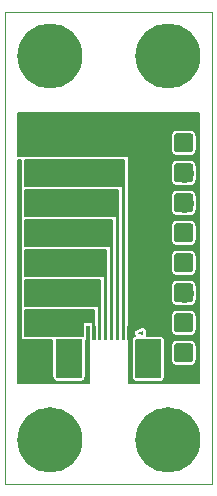
<source format=gbl>
G04 #@! TF.GenerationSoftware,KiCad,Pcbnew,(5.1.5-0-10_14)*
G04 #@! TF.CreationDate,2020-02-15T13:43:34+07:00*
G04 #@! TF.ProjectId,connector-breakout-a1,636f6e6e-6563-4746-9f72-2d627265616b,rev?*
G04 #@! TF.SameCoordinates,Original*
G04 #@! TF.FileFunction,Copper,L2,Bot*
G04 #@! TF.FilePolarity,Positive*
%FSLAX46Y46*%
G04 Gerber Fmt 4.6, Leading zero omitted, Abs format (unit mm)*
G04 Created by KiCad (PCBNEW (5.1.5-0-10_14)) date 2020-02-15 13:43:34*
%MOMM*%
%LPD*%
G04 APERTURE LIST*
%ADD10C,0.010000*%
%ADD11C,0.100000*%
%ADD12C,5.500000*%
%ADD13C,0.700000*%
%ADD14C,1.600000*%
%ADD15C,0.200000*%
G04 APERTURE END LIST*
D10*
X100749999Y-110990000D02*
X83250001Y-110990000D01*
X83250001Y-110990000D02*
X83250000Y-70990000D01*
X100750001Y-70990000D02*
X100749999Y-110990000D01*
X83250000Y-70990000D02*
X100750000Y-70990000D01*
G04 #@! TA.AperFunction,SMDPad,CuDef*
D11*
G36*
X94920000Y-97995000D02*
G01*
X94920000Y-98385000D01*
X94420000Y-98195000D01*
X94420000Y-98185000D01*
X94920000Y-97995000D01*
G37*
G04 #@! TD.AperFunction*
G04 #@! TA.AperFunction,SMDPad,CuDef*
G36*
X89660704Y-98710477D02*
G01*
X89670314Y-98711902D01*
X89679738Y-98714263D01*
X89688886Y-98717536D01*
X89697668Y-98721690D01*
X89706001Y-98726685D01*
X89713805Y-98732472D01*
X89721004Y-98738996D01*
X89727528Y-98746195D01*
X89733315Y-98753999D01*
X89738310Y-98762332D01*
X89742464Y-98771114D01*
X89745737Y-98780262D01*
X89748098Y-98789686D01*
X89749523Y-98799296D01*
X89750000Y-98809000D01*
X89750000Y-101911000D01*
X89749523Y-101920704D01*
X89748098Y-101930314D01*
X89745737Y-101939738D01*
X89742464Y-101948886D01*
X89738310Y-101957668D01*
X89733315Y-101966001D01*
X89727528Y-101973805D01*
X89721004Y-101981004D01*
X89713805Y-101987528D01*
X89706001Y-101993315D01*
X89697668Y-101998310D01*
X89688886Y-102002464D01*
X89679738Y-102005737D01*
X89670314Y-102008098D01*
X89660704Y-102009523D01*
X89651000Y-102010000D01*
X87649000Y-102010000D01*
X87639296Y-102009523D01*
X87629686Y-102008098D01*
X87620262Y-102005737D01*
X87611114Y-102002464D01*
X87602332Y-101998310D01*
X87593999Y-101993315D01*
X87586195Y-101987528D01*
X87578996Y-101981004D01*
X87572472Y-101973805D01*
X87566685Y-101966001D01*
X87561690Y-101957668D01*
X87557536Y-101948886D01*
X87554263Y-101939738D01*
X87551902Y-101930314D01*
X87550477Y-101920704D01*
X87550000Y-101911000D01*
X87550000Y-98809000D01*
X87550477Y-98799296D01*
X87551902Y-98789686D01*
X87554263Y-98780262D01*
X87557536Y-98771114D01*
X87561690Y-98762332D01*
X87566685Y-98753999D01*
X87572472Y-98746195D01*
X87578996Y-98738996D01*
X87586195Y-98732472D01*
X87593999Y-98726685D01*
X87602332Y-98721690D01*
X87611114Y-98717536D01*
X87620262Y-98714263D01*
X87629686Y-98711902D01*
X87639296Y-98710477D01*
X87649000Y-98710000D01*
X89651000Y-98710000D01*
X89660704Y-98710477D01*
G37*
G04 #@! TD.AperFunction*
G04 #@! TA.AperFunction,SMDPad,CuDef*
G36*
X96360704Y-98710477D02*
G01*
X96370314Y-98711902D01*
X96379738Y-98714263D01*
X96388886Y-98717536D01*
X96397668Y-98721690D01*
X96406001Y-98726685D01*
X96413805Y-98732472D01*
X96421004Y-98738996D01*
X96427528Y-98746195D01*
X96433315Y-98753999D01*
X96438310Y-98762332D01*
X96442464Y-98771114D01*
X96445737Y-98780262D01*
X96448098Y-98789686D01*
X96449523Y-98799296D01*
X96450000Y-98809000D01*
X96450000Y-101911000D01*
X96449523Y-101920704D01*
X96448098Y-101930314D01*
X96445737Y-101939738D01*
X96442464Y-101948886D01*
X96438310Y-101957668D01*
X96433315Y-101966001D01*
X96427528Y-101973805D01*
X96421004Y-101981004D01*
X96413805Y-101987528D01*
X96406001Y-101993315D01*
X96397668Y-101998310D01*
X96388886Y-102002464D01*
X96379738Y-102005737D01*
X96370314Y-102008098D01*
X96360704Y-102009523D01*
X96351000Y-102010000D01*
X94349000Y-102010000D01*
X94339296Y-102009523D01*
X94329686Y-102008098D01*
X94320262Y-102005737D01*
X94311114Y-102002464D01*
X94302332Y-101998310D01*
X94293999Y-101993315D01*
X94286195Y-101987528D01*
X94278996Y-101981004D01*
X94272472Y-101973805D01*
X94266685Y-101966001D01*
X94261690Y-101957668D01*
X94257536Y-101948886D01*
X94254263Y-101939738D01*
X94251902Y-101930314D01*
X94250477Y-101920704D01*
X94250000Y-101911000D01*
X94250000Y-98809000D01*
X94250477Y-98799296D01*
X94251902Y-98789686D01*
X94254263Y-98780262D01*
X94257536Y-98771114D01*
X94261690Y-98762332D01*
X94266685Y-98753999D01*
X94272472Y-98746195D01*
X94278996Y-98738996D01*
X94286195Y-98732472D01*
X94293999Y-98726685D01*
X94302332Y-98721690D01*
X94311114Y-98717536D01*
X94320262Y-98714263D01*
X94329686Y-98711902D01*
X94339296Y-98710477D01*
X94349000Y-98710000D01*
X96351000Y-98710000D01*
X96360704Y-98710477D01*
G37*
G04 #@! TD.AperFunction*
G04 #@! TA.AperFunction,SMDPad,CuDef*
G36*
X90354811Y-97590241D02*
G01*
X90359674Y-97590963D01*
X90364443Y-97592157D01*
X90369072Y-97593814D01*
X90373517Y-97595916D01*
X90377734Y-97598443D01*
X90381683Y-97601372D01*
X90385326Y-97604674D01*
X90388628Y-97608317D01*
X90391557Y-97612266D01*
X90394084Y-97616483D01*
X90396186Y-97620928D01*
X90397843Y-97625557D01*
X90399037Y-97630326D01*
X90399759Y-97635189D01*
X90400000Y-97640100D01*
X90400000Y-98739900D01*
X90399759Y-98744811D01*
X90399037Y-98749674D01*
X90397843Y-98754443D01*
X90396186Y-98759072D01*
X90394084Y-98763517D01*
X90391557Y-98767734D01*
X90388628Y-98771683D01*
X90385326Y-98775326D01*
X90381683Y-98778628D01*
X90377734Y-98781557D01*
X90373517Y-98784084D01*
X90369072Y-98786186D01*
X90364443Y-98787843D01*
X90359674Y-98789037D01*
X90354811Y-98789759D01*
X90349900Y-98790000D01*
X90150100Y-98790000D01*
X90145189Y-98789759D01*
X90140326Y-98789037D01*
X90135557Y-98787843D01*
X90130928Y-98786186D01*
X90126483Y-98784084D01*
X90122266Y-98781557D01*
X90118317Y-98778628D01*
X90114674Y-98775326D01*
X90111372Y-98771683D01*
X90108443Y-98767734D01*
X90105916Y-98763517D01*
X90103814Y-98759072D01*
X90102157Y-98754443D01*
X90100963Y-98749674D01*
X90100241Y-98744811D01*
X90100000Y-98739900D01*
X90100000Y-97640100D01*
X90100241Y-97635189D01*
X90100963Y-97630326D01*
X90102157Y-97625557D01*
X90103814Y-97620928D01*
X90105916Y-97616483D01*
X90108443Y-97612266D01*
X90111372Y-97608317D01*
X90114674Y-97604674D01*
X90118317Y-97601372D01*
X90122266Y-97598443D01*
X90126483Y-97595916D01*
X90130928Y-97593814D01*
X90135557Y-97592157D01*
X90140326Y-97590963D01*
X90145189Y-97590241D01*
X90150100Y-97590000D01*
X90349900Y-97590000D01*
X90354811Y-97590241D01*
G37*
G04 #@! TD.AperFunction*
G04 #@! TA.AperFunction,SMDPad,CuDef*
G36*
X90854811Y-97590241D02*
G01*
X90859674Y-97590963D01*
X90864443Y-97592157D01*
X90869072Y-97593814D01*
X90873517Y-97595916D01*
X90877734Y-97598443D01*
X90881683Y-97601372D01*
X90885326Y-97604674D01*
X90888628Y-97608317D01*
X90891557Y-97612266D01*
X90894084Y-97616483D01*
X90896186Y-97620928D01*
X90897843Y-97625557D01*
X90899037Y-97630326D01*
X90899759Y-97635189D01*
X90900000Y-97640100D01*
X90900000Y-98739900D01*
X90899759Y-98744811D01*
X90899037Y-98749674D01*
X90897843Y-98754443D01*
X90896186Y-98759072D01*
X90894084Y-98763517D01*
X90891557Y-98767734D01*
X90888628Y-98771683D01*
X90885326Y-98775326D01*
X90881683Y-98778628D01*
X90877734Y-98781557D01*
X90873517Y-98784084D01*
X90869072Y-98786186D01*
X90864443Y-98787843D01*
X90859674Y-98789037D01*
X90854811Y-98789759D01*
X90849900Y-98790000D01*
X90650100Y-98790000D01*
X90645189Y-98789759D01*
X90640326Y-98789037D01*
X90635557Y-98787843D01*
X90630928Y-98786186D01*
X90626483Y-98784084D01*
X90622266Y-98781557D01*
X90618317Y-98778628D01*
X90614674Y-98775326D01*
X90611372Y-98771683D01*
X90608443Y-98767734D01*
X90605916Y-98763517D01*
X90603814Y-98759072D01*
X90602157Y-98754443D01*
X90600963Y-98749674D01*
X90600241Y-98744811D01*
X90600000Y-98739900D01*
X90600000Y-97640100D01*
X90600241Y-97635189D01*
X90600963Y-97630326D01*
X90602157Y-97625557D01*
X90603814Y-97620928D01*
X90605916Y-97616483D01*
X90608443Y-97612266D01*
X90611372Y-97608317D01*
X90614674Y-97604674D01*
X90618317Y-97601372D01*
X90622266Y-97598443D01*
X90626483Y-97595916D01*
X90630928Y-97593814D01*
X90635557Y-97592157D01*
X90640326Y-97590963D01*
X90645189Y-97590241D01*
X90650100Y-97590000D01*
X90849900Y-97590000D01*
X90854811Y-97590241D01*
G37*
G04 #@! TD.AperFunction*
G04 #@! TA.AperFunction,SMDPad,CuDef*
G36*
X91354811Y-97590241D02*
G01*
X91359674Y-97590963D01*
X91364443Y-97592157D01*
X91369072Y-97593814D01*
X91373517Y-97595916D01*
X91377734Y-97598443D01*
X91381683Y-97601372D01*
X91385326Y-97604674D01*
X91388628Y-97608317D01*
X91391557Y-97612266D01*
X91394084Y-97616483D01*
X91396186Y-97620928D01*
X91397843Y-97625557D01*
X91399037Y-97630326D01*
X91399759Y-97635189D01*
X91400000Y-97640100D01*
X91400000Y-98739900D01*
X91399759Y-98744811D01*
X91399037Y-98749674D01*
X91397843Y-98754443D01*
X91396186Y-98759072D01*
X91394084Y-98763517D01*
X91391557Y-98767734D01*
X91388628Y-98771683D01*
X91385326Y-98775326D01*
X91381683Y-98778628D01*
X91377734Y-98781557D01*
X91373517Y-98784084D01*
X91369072Y-98786186D01*
X91364443Y-98787843D01*
X91359674Y-98789037D01*
X91354811Y-98789759D01*
X91349900Y-98790000D01*
X91150100Y-98790000D01*
X91145189Y-98789759D01*
X91140326Y-98789037D01*
X91135557Y-98787843D01*
X91130928Y-98786186D01*
X91126483Y-98784084D01*
X91122266Y-98781557D01*
X91118317Y-98778628D01*
X91114674Y-98775326D01*
X91111372Y-98771683D01*
X91108443Y-98767734D01*
X91105916Y-98763517D01*
X91103814Y-98759072D01*
X91102157Y-98754443D01*
X91100963Y-98749674D01*
X91100241Y-98744811D01*
X91100000Y-98739900D01*
X91100000Y-97640100D01*
X91100241Y-97635189D01*
X91100963Y-97630326D01*
X91102157Y-97625557D01*
X91103814Y-97620928D01*
X91105916Y-97616483D01*
X91108443Y-97612266D01*
X91111372Y-97608317D01*
X91114674Y-97604674D01*
X91118317Y-97601372D01*
X91122266Y-97598443D01*
X91126483Y-97595916D01*
X91130928Y-97593814D01*
X91135557Y-97592157D01*
X91140326Y-97590963D01*
X91145189Y-97590241D01*
X91150100Y-97590000D01*
X91349900Y-97590000D01*
X91354811Y-97590241D01*
G37*
G04 #@! TD.AperFunction*
G04 #@! TA.AperFunction,SMDPad,CuDef*
G36*
X91854811Y-97590241D02*
G01*
X91859674Y-97590963D01*
X91864443Y-97592157D01*
X91869072Y-97593814D01*
X91873517Y-97595916D01*
X91877734Y-97598443D01*
X91881683Y-97601372D01*
X91885326Y-97604674D01*
X91888628Y-97608317D01*
X91891557Y-97612266D01*
X91894084Y-97616483D01*
X91896186Y-97620928D01*
X91897843Y-97625557D01*
X91899037Y-97630326D01*
X91899759Y-97635189D01*
X91900000Y-97640100D01*
X91900000Y-98739900D01*
X91899759Y-98744811D01*
X91899037Y-98749674D01*
X91897843Y-98754443D01*
X91896186Y-98759072D01*
X91894084Y-98763517D01*
X91891557Y-98767734D01*
X91888628Y-98771683D01*
X91885326Y-98775326D01*
X91881683Y-98778628D01*
X91877734Y-98781557D01*
X91873517Y-98784084D01*
X91869072Y-98786186D01*
X91864443Y-98787843D01*
X91859674Y-98789037D01*
X91854811Y-98789759D01*
X91849900Y-98790000D01*
X91650100Y-98790000D01*
X91645189Y-98789759D01*
X91640326Y-98789037D01*
X91635557Y-98787843D01*
X91630928Y-98786186D01*
X91626483Y-98784084D01*
X91622266Y-98781557D01*
X91618317Y-98778628D01*
X91614674Y-98775326D01*
X91611372Y-98771683D01*
X91608443Y-98767734D01*
X91605916Y-98763517D01*
X91603814Y-98759072D01*
X91602157Y-98754443D01*
X91600963Y-98749674D01*
X91600241Y-98744811D01*
X91600000Y-98739900D01*
X91600000Y-97640100D01*
X91600241Y-97635189D01*
X91600963Y-97630326D01*
X91602157Y-97625557D01*
X91603814Y-97620928D01*
X91605916Y-97616483D01*
X91608443Y-97612266D01*
X91611372Y-97608317D01*
X91614674Y-97604674D01*
X91618317Y-97601372D01*
X91622266Y-97598443D01*
X91626483Y-97595916D01*
X91630928Y-97593814D01*
X91635557Y-97592157D01*
X91640326Y-97590963D01*
X91645189Y-97590241D01*
X91650100Y-97590000D01*
X91849900Y-97590000D01*
X91854811Y-97590241D01*
G37*
G04 #@! TD.AperFunction*
G04 #@! TA.AperFunction,SMDPad,CuDef*
G36*
X92354811Y-97590241D02*
G01*
X92359674Y-97590963D01*
X92364443Y-97592157D01*
X92369072Y-97593814D01*
X92373517Y-97595916D01*
X92377734Y-97598443D01*
X92381683Y-97601372D01*
X92385326Y-97604674D01*
X92388628Y-97608317D01*
X92391557Y-97612266D01*
X92394084Y-97616483D01*
X92396186Y-97620928D01*
X92397843Y-97625557D01*
X92399037Y-97630326D01*
X92399759Y-97635189D01*
X92400000Y-97640100D01*
X92400000Y-98739900D01*
X92399759Y-98744811D01*
X92399037Y-98749674D01*
X92397843Y-98754443D01*
X92396186Y-98759072D01*
X92394084Y-98763517D01*
X92391557Y-98767734D01*
X92388628Y-98771683D01*
X92385326Y-98775326D01*
X92381683Y-98778628D01*
X92377734Y-98781557D01*
X92373517Y-98784084D01*
X92369072Y-98786186D01*
X92364443Y-98787843D01*
X92359674Y-98789037D01*
X92354811Y-98789759D01*
X92349900Y-98790000D01*
X92150100Y-98790000D01*
X92145189Y-98789759D01*
X92140326Y-98789037D01*
X92135557Y-98787843D01*
X92130928Y-98786186D01*
X92126483Y-98784084D01*
X92122266Y-98781557D01*
X92118317Y-98778628D01*
X92114674Y-98775326D01*
X92111372Y-98771683D01*
X92108443Y-98767734D01*
X92105916Y-98763517D01*
X92103814Y-98759072D01*
X92102157Y-98754443D01*
X92100963Y-98749674D01*
X92100241Y-98744811D01*
X92100000Y-98739900D01*
X92100000Y-97640100D01*
X92100241Y-97635189D01*
X92100963Y-97630326D01*
X92102157Y-97625557D01*
X92103814Y-97620928D01*
X92105916Y-97616483D01*
X92108443Y-97612266D01*
X92111372Y-97608317D01*
X92114674Y-97604674D01*
X92118317Y-97601372D01*
X92122266Y-97598443D01*
X92126483Y-97595916D01*
X92130928Y-97593814D01*
X92135557Y-97592157D01*
X92140326Y-97590963D01*
X92145189Y-97590241D01*
X92150100Y-97590000D01*
X92349900Y-97590000D01*
X92354811Y-97590241D01*
G37*
G04 #@! TD.AperFunction*
G04 #@! TA.AperFunction,SMDPad,CuDef*
G36*
X92854811Y-97590241D02*
G01*
X92859674Y-97590963D01*
X92864443Y-97592157D01*
X92869072Y-97593814D01*
X92873517Y-97595916D01*
X92877734Y-97598443D01*
X92881683Y-97601372D01*
X92885326Y-97604674D01*
X92888628Y-97608317D01*
X92891557Y-97612266D01*
X92894084Y-97616483D01*
X92896186Y-97620928D01*
X92897843Y-97625557D01*
X92899037Y-97630326D01*
X92899759Y-97635189D01*
X92900000Y-97640100D01*
X92900000Y-98739900D01*
X92899759Y-98744811D01*
X92899037Y-98749674D01*
X92897843Y-98754443D01*
X92896186Y-98759072D01*
X92894084Y-98763517D01*
X92891557Y-98767734D01*
X92888628Y-98771683D01*
X92885326Y-98775326D01*
X92881683Y-98778628D01*
X92877734Y-98781557D01*
X92873517Y-98784084D01*
X92869072Y-98786186D01*
X92864443Y-98787843D01*
X92859674Y-98789037D01*
X92854811Y-98789759D01*
X92849900Y-98790000D01*
X92650100Y-98790000D01*
X92645189Y-98789759D01*
X92640326Y-98789037D01*
X92635557Y-98787843D01*
X92630928Y-98786186D01*
X92626483Y-98784084D01*
X92622266Y-98781557D01*
X92618317Y-98778628D01*
X92614674Y-98775326D01*
X92611372Y-98771683D01*
X92608443Y-98767734D01*
X92605916Y-98763517D01*
X92603814Y-98759072D01*
X92602157Y-98754443D01*
X92600963Y-98749674D01*
X92600241Y-98744811D01*
X92600000Y-98739900D01*
X92600000Y-97640100D01*
X92600241Y-97635189D01*
X92600963Y-97630326D01*
X92602157Y-97625557D01*
X92603814Y-97620928D01*
X92605916Y-97616483D01*
X92608443Y-97612266D01*
X92611372Y-97608317D01*
X92614674Y-97604674D01*
X92618317Y-97601372D01*
X92622266Y-97598443D01*
X92626483Y-97595916D01*
X92630928Y-97593814D01*
X92635557Y-97592157D01*
X92640326Y-97590963D01*
X92645189Y-97590241D01*
X92650100Y-97590000D01*
X92849900Y-97590000D01*
X92854811Y-97590241D01*
G37*
G04 #@! TD.AperFunction*
G04 #@! TA.AperFunction,SMDPad,CuDef*
G36*
X93354811Y-97590241D02*
G01*
X93359674Y-97590963D01*
X93364443Y-97592157D01*
X93369072Y-97593814D01*
X93373517Y-97595916D01*
X93377734Y-97598443D01*
X93381683Y-97601372D01*
X93385326Y-97604674D01*
X93388628Y-97608317D01*
X93391557Y-97612266D01*
X93394084Y-97616483D01*
X93396186Y-97620928D01*
X93397843Y-97625557D01*
X93399037Y-97630326D01*
X93399759Y-97635189D01*
X93400000Y-97640100D01*
X93400000Y-98739900D01*
X93399759Y-98744811D01*
X93399037Y-98749674D01*
X93397843Y-98754443D01*
X93396186Y-98759072D01*
X93394084Y-98763517D01*
X93391557Y-98767734D01*
X93388628Y-98771683D01*
X93385326Y-98775326D01*
X93381683Y-98778628D01*
X93377734Y-98781557D01*
X93373517Y-98784084D01*
X93369072Y-98786186D01*
X93364443Y-98787843D01*
X93359674Y-98789037D01*
X93354811Y-98789759D01*
X93349900Y-98790000D01*
X93150100Y-98790000D01*
X93145189Y-98789759D01*
X93140326Y-98789037D01*
X93135557Y-98787843D01*
X93130928Y-98786186D01*
X93126483Y-98784084D01*
X93122266Y-98781557D01*
X93118317Y-98778628D01*
X93114674Y-98775326D01*
X93111372Y-98771683D01*
X93108443Y-98767734D01*
X93105916Y-98763517D01*
X93103814Y-98759072D01*
X93102157Y-98754443D01*
X93100963Y-98749674D01*
X93100241Y-98744811D01*
X93100000Y-98739900D01*
X93100000Y-97640100D01*
X93100241Y-97635189D01*
X93100963Y-97630326D01*
X93102157Y-97625557D01*
X93103814Y-97620928D01*
X93105916Y-97616483D01*
X93108443Y-97612266D01*
X93111372Y-97608317D01*
X93114674Y-97604674D01*
X93118317Y-97601372D01*
X93122266Y-97598443D01*
X93126483Y-97595916D01*
X93130928Y-97593814D01*
X93135557Y-97592157D01*
X93140326Y-97590963D01*
X93145189Y-97590241D01*
X93150100Y-97590000D01*
X93349900Y-97590000D01*
X93354811Y-97590241D01*
G37*
G04 #@! TD.AperFunction*
G04 #@! TA.AperFunction,SMDPad,CuDef*
G36*
X93854811Y-97590241D02*
G01*
X93859674Y-97590963D01*
X93864443Y-97592157D01*
X93869072Y-97593814D01*
X93873517Y-97595916D01*
X93877734Y-97598443D01*
X93881683Y-97601372D01*
X93885326Y-97604674D01*
X93888628Y-97608317D01*
X93891557Y-97612266D01*
X93894084Y-97616483D01*
X93896186Y-97620928D01*
X93897843Y-97625557D01*
X93899037Y-97630326D01*
X93899759Y-97635189D01*
X93900000Y-97640100D01*
X93900000Y-98739900D01*
X93899759Y-98744811D01*
X93899037Y-98749674D01*
X93897843Y-98754443D01*
X93896186Y-98759072D01*
X93894084Y-98763517D01*
X93891557Y-98767734D01*
X93888628Y-98771683D01*
X93885326Y-98775326D01*
X93881683Y-98778628D01*
X93877734Y-98781557D01*
X93873517Y-98784084D01*
X93869072Y-98786186D01*
X93864443Y-98787843D01*
X93859674Y-98789037D01*
X93854811Y-98789759D01*
X93849900Y-98790000D01*
X93650100Y-98790000D01*
X93645189Y-98789759D01*
X93640326Y-98789037D01*
X93635557Y-98787843D01*
X93630928Y-98786186D01*
X93626483Y-98784084D01*
X93622266Y-98781557D01*
X93618317Y-98778628D01*
X93614674Y-98775326D01*
X93611372Y-98771683D01*
X93608443Y-98767734D01*
X93605916Y-98763517D01*
X93603814Y-98759072D01*
X93602157Y-98754443D01*
X93600963Y-98749674D01*
X93600241Y-98744811D01*
X93600000Y-98739900D01*
X93600000Y-97640100D01*
X93600241Y-97635189D01*
X93600963Y-97630326D01*
X93602157Y-97625557D01*
X93603814Y-97620928D01*
X93605916Y-97616483D01*
X93608443Y-97612266D01*
X93611372Y-97608317D01*
X93614674Y-97604674D01*
X93618317Y-97601372D01*
X93622266Y-97598443D01*
X93626483Y-97595916D01*
X93630928Y-97593814D01*
X93635557Y-97592157D01*
X93640326Y-97590963D01*
X93645189Y-97590241D01*
X93650100Y-97590000D01*
X93849900Y-97590000D01*
X93854811Y-97590241D01*
G37*
G04 #@! TD.AperFunction*
G04 #@! TA.AperFunction,ComponentPad*
G36*
X86269603Y-99080963D02*
G01*
X86289018Y-99083843D01*
X86308057Y-99088612D01*
X86326537Y-99095224D01*
X86344279Y-99103616D01*
X86361114Y-99113706D01*
X86376879Y-99125398D01*
X86391421Y-99138579D01*
X86404602Y-99153121D01*
X86416294Y-99168886D01*
X86426384Y-99185721D01*
X86434776Y-99203463D01*
X86441388Y-99221943D01*
X86446157Y-99240982D01*
X86449037Y-99260397D01*
X86450000Y-99280000D01*
X86450000Y-100480000D01*
X86449037Y-100499603D01*
X86446157Y-100519018D01*
X86441388Y-100538057D01*
X86434776Y-100556537D01*
X86426384Y-100574279D01*
X86416294Y-100591114D01*
X86404602Y-100606879D01*
X86391421Y-100621421D01*
X86376879Y-100634602D01*
X86361114Y-100646294D01*
X86344279Y-100656384D01*
X86326537Y-100664776D01*
X86308057Y-100671388D01*
X86289018Y-100676157D01*
X86269603Y-100679037D01*
X86250000Y-100680000D01*
X85050000Y-100680000D01*
X85030397Y-100679037D01*
X85010982Y-100676157D01*
X84991943Y-100671388D01*
X84973463Y-100664776D01*
X84955721Y-100656384D01*
X84938886Y-100646294D01*
X84923121Y-100634602D01*
X84908579Y-100621421D01*
X84895398Y-100606879D01*
X84883706Y-100591114D01*
X84873616Y-100574279D01*
X84865224Y-100556537D01*
X84858612Y-100538057D01*
X84853843Y-100519018D01*
X84850963Y-100499603D01*
X84850000Y-100480000D01*
X84850000Y-99280000D01*
X84850963Y-99260397D01*
X84853843Y-99240982D01*
X84858612Y-99221943D01*
X84865224Y-99203463D01*
X84873616Y-99185721D01*
X84883706Y-99168886D01*
X84895398Y-99153121D01*
X84908579Y-99138579D01*
X84923121Y-99125398D01*
X84938886Y-99113706D01*
X84955721Y-99103616D01*
X84973463Y-99095224D01*
X84991943Y-99088612D01*
X85010982Y-99083843D01*
X85030397Y-99080963D01*
X85050000Y-99080000D01*
X86250000Y-99080000D01*
X86269603Y-99080963D01*
G37*
G04 #@! TD.AperFunction*
G04 #@! TA.AperFunction,ComponentPad*
G36*
X86269603Y-96540963D02*
G01*
X86289018Y-96543843D01*
X86308057Y-96548612D01*
X86326537Y-96555224D01*
X86344279Y-96563616D01*
X86361114Y-96573706D01*
X86376879Y-96585398D01*
X86391421Y-96598579D01*
X86404602Y-96613121D01*
X86416294Y-96628886D01*
X86426384Y-96645721D01*
X86434776Y-96663463D01*
X86441388Y-96681943D01*
X86446157Y-96700982D01*
X86449037Y-96720397D01*
X86450000Y-96740000D01*
X86450000Y-97940000D01*
X86449037Y-97959603D01*
X86446157Y-97979018D01*
X86441388Y-97998057D01*
X86434776Y-98016537D01*
X86426384Y-98034279D01*
X86416294Y-98051114D01*
X86404602Y-98066879D01*
X86391421Y-98081421D01*
X86376879Y-98094602D01*
X86361114Y-98106294D01*
X86344279Y-98116384D01*
X86326537Y-98124776D01*
X86308057Y-98131388D01*
X86289018Y-98136157D01*
X86269603Y-98139037D01*
X86250000Y-98140000D01*
X85050000Y-98140000D01*
X85030397Y-98139037D01*
X85010982Y-98136157D01*
X84991943Y-98131388D01*
X84973463Y-98124776D01*
X84955721Y-98116384D01*
X84938886Y-98106294D01*
X84923121Y-98094602D01*
X84908579Y-98081421D01*
X84895398Y-98066879D01*
X84883706Y-98051114D01*
X84873616Y-98034279D01*
X84865224Y-98016537D01*
X84858612Y-97998057D01*
X84853843Y-97979018D01*
X84850963Y-97959603D01*
X84850000Y-97940000D01*
X84850000Y-96740000D01*
X84850963Y-96720397D01*
X84853843Y-96700982D01*
X84858612Y-96681943D01*
X84865224Y-96663463D01*
X84873616Y-96645721D01*
X84883706Y-96628886D01*
X84895398Y-96613121D01*
X84908579Y-96598579D01*
X84923121Y-96585398D01*
X84938886Y-96573706D01*
X84955721Y-96563616D01*
X84973463Y-96555224D01*
X84991943Y-96548612D01*
X85010982Y-96543843D01*
X85030397Y-96540963D01*
X85050000Y-96540000D01*
X86250000Y-96540000D01*
X86269603Y-96540963D01*
G37*
G04 #@! TD.AperFunction*
G04 #@! TA.AperFunction,ComponentPad*
G36*
X86269603Y-94000963D02*
G01*
X86289018Y-94003843D01*
X86308057Y-94008612D01*
X86326537Y-94015224D01*
X86344279Y-94023616D01*
X86361114Y-94033706D01*
X86376879Y-94045398D01*
X86391421Y-94058579D01*
X86404602Y-94073121D01*
X86416294Y-94088886D01*
X86426384Y-94105721D01*
X86434776Y-94123463D01*
X86441388Y-94141943D01*
X86446157Y-94160982D01*
X86449037Y-94180397D01*
X86450000Y-94200000D01*
X86450000Y-95400000D01*
X86449037Y-95419603D01*
X86446157Y-95439018D01*
X86441388Y-95458057D01*
X86434776Y-95476537D01*
X86426384Y-95494279D01*
X86416294Y-95511114D01*
X86404602Y-95526879D01*
X86391421Y-95541421D01*
X86376879Y-95554602D01*
X86361114Y-95566294D01*
X86344279Y-95576384D01*
X86326537Y-95584776D01*
X86308057Y-95591388D01*
X86289018Y-95596157D01*
X86269603Y-95599037D01*
X86250000Y-95600000D01*
X85050000Y-95600000D01*
X85030397Y-95599037D01*
X85010982Y-95596157D01*
X84991943Y-95591388D01*
X84973463Y-95584776D01*
X84955721Y-95576384D01*
X84938886Y-95566294D01*
X84923121Y-95554602D01*
X84908579Y-95541421D01*
X84895398Y-95526879D01*
X84883706Y-95511114D01*
X84873616Y-95494279D01*
X84865224Y-95476537D01*
X84858612Y-95458057D01*
X84853843Y-95439018D01*
X84850963Y-95419603D01*
X84850000Y-95400000D01*
X84850000Y-94200000D01*
X84850963Y-94180397D01*
X84853843Y-94160982D01*
X84858612Y-94141943D01*
X84865224Y-94123463D01*
X84873616Y-94105721D01*
X84883706Y-94088886D01*
X84895398Y-94073121D01*
X84908579Y-94058579D01*
X84923121Y-94045398D01*
X84938886Y-94033706D01*
X84955721Y-94023616D01*
X84973463Y-94015224D01*
X84991943Y-94008612D01*
X85010982Y-94003843D01*
X85030397Y-94000963D01*
X85050000Y-94000000D01*
X86250000Y-94000000D01*
X86269603Y-94000963D01*
G37*
G04 #@! TD.AperFunction*
G04 #@! TA.AperFunction,ComponentPad*
G36*
X86269603Y-91460963D02*
G01*
X86289018Y-91463843D01*
X86308057Y-91468612D01*
X86326537Y-91475224D01*
X86344279Y-91483616D01*
X86361114Y-91493706D01*
X86376879Y-91505398D01*
X86391421Y-91518579D01*
X86404602Y-91533121D01*
X86416294Y-91548886D01*
X86426384Y-91565721D01*
X86434776Y-91583463D01*
X86441388Y-91601943D01*
X86446157Y-91620982D01*
X86449037Y-91640397D01*
X86450000Y-91660000D01*
X86450000Y-92860000D01*
X86449037Y-92879603D01*
X86446157Y-92899018D01*
X86441388Y-92918057D01*
X86434776Y-92936537D01*
X86426384Y-92954279D01*
X86416294Y-92971114D01*
X86404602Y-92986879D01*
X86391421Y-93001421D01*
X86376879Y-93014602D01*
X86361114Y-93026294D01*
X86344279Y-93036384D01*
X86326537Y-93044776D01*
X86308057Y-93051388D01*
X86289018Y-93056157D01*
X86269603Y-93059037D01*
X86250000Y-93060000D01*
X85050000Y-93060000D01*
X85030397Y-93059037D01*
X85010982Y-93056157D01*
X84991943Y-93051388D01*
X84973463Y-93044776D01*
X84955721Y-93036384D01*
X84938886Y-93026294D01*
X84923121Y-93014602D01*
X84908579Y-93001421D01*
X84895398Y-92986879D01*
X84883706Y-92971114D01*
X84873616Y-92954279D01*
X84865224Y-92936537D01*
X84858612Y-92918057D01*
X84853843Y-92899018D01*
X84850963Y-92879603D01*
X84850000Y-92860000D01*
X84850000Y-91660000D01*
X84850963Y-91640397D01*
X84853843Y-91620982D01*
X84858612Y-91601943D01*
X84865224Y-91583463D01*
X84873616Y-91565721D01*
X84883706Y-91548886D01*
X84895398Y-91533121D01*
X84908579Y-91518579D01*
X84923121Y-91505398D01*
X84938886Y-91493706D01*
X84955721Y-91483616D01*
X84973463Y-91475224D01*
X84991943Y-91468612D01*
X85010982Y-91463843D01*
X85030397Y-91460963D01*
X85050000Y-91460000D01*
X86250000Y-91460000D01*
X86269603Y-91460963D01*
G37*
G04 #@! TD.AperFunction*
G04 #@! TA.AperFunction,ComponentPad*
G36*
X86269603Y-88920963D02*
G01*
X86289018Y-88923843D01*
X86308057Y-88928612D01*
X86326537Y-88935224D01*
X86344279Y-88943616D01*
X86361114Y-88953706D01*
X86376879Y-88965398D01*
X86391421Y-88978579D01*
X86404602Y-88993121D01*
X86416294Y-89008886D01*
X86426384Y-89025721D01*
X86434776Y-89043463D01*
X86441388Y-89061943D01*
X86446157Y-89080982D01*
X86449037Y-89100397D01*
X86450000Y-89120000D01*
X86450000Y-90320000D01*
X86449037Y-90339603D01*
X86446157Y-90359018D01*
X86441388Y-90378057D01*
X86434776Y-90396537D01*
X86426384Y-90414279D01*
X86416294Y-90431114D01*
X86404602Y-90446879D01*
X86391421Y-90461421D01*
X86376879Y-90474602D01*
X86361114Y-90486294D01*
X86344279Y-90496384D01*
X86326537Y-90504776D01*
X86308057Y-90511388D01*
X86289018Y-90516157D01*
X86269603Y-90519037D01*
X86250000Y-90520000D01*
X85050000Y-90520000D01*
X85030397Y-90519037D01*
X85010982Y-90516157D01*
X84991943Y-90511388D01*
X84973463Y-90504776D01*
X84955721Y-90496384D01*
X84938886Y-90486294D01*
X84923121Y-90474602D01*
X84908579Y-90461421D01*
X84895398Y-90446879D01*
X84883706Y-90431114D01*
X84873616Y-90414279D01*
X84865224Y-90396537D01*
X84858612Y-90378057D01*
X84853843Y-90359018D01*
X84850963Y-90339603D01*
X84850000Y-90320000D01*
X84850000Y-89120000D01*
X84850963Y-89100397D01*
X84853843Y-89080982D01*
X84858612Y-89061943D01*
X84865224Y-89043463D01*
X84873616Y-89025721D01*
X84883706Y-89008886D01*
X84895398Y-88993121D01*
X84908579Y-88978579D01*
X84923121Y-88965398D01*
X84938886Y-88953706D01*
X84955721Y-88943616D01*
X84973463Y-88935224D01*
X84991943Y-88928612D01*
X85010982Y-88923843D01*
X85030397Y-88920963D01*
X85050000Y-88920000D01*
X86250000Y-88920000D01*
X86269603Y-88920963D01*
G37*
G04 #@! TD.AperFunction*
G04 #@! TA.AperFunction,ComponentPad*
G36*
X86269603Y-86380963D02*
G01*
X86289018Y-86383843D01*
X86308057Y-86388612D01*
X86326537Y-86395224D01*
X86344279Y-86403616D01*
X86361114Y-86413706D01*
X86376879Y-86425398D01*
X86391421Y-86438579D01*
X86404602Y-86453121D01*
X86416294Y-86468886D01*
X86426384Y-86485721D01*
X86434776Y-86503463D01*
X86441388Y-86521943D01*
X86446157Y-86540982D01*
X86449037Y-86560397D01*
X86450000Y-86580000D01*
X86450000Y-87780000D01*
X86449037Y-87799603D01*
X86446157Y-87819018D01*
X86441388Y-87838057D01*
X86434776Y-87856537D01*
X86426384Y-87874279D01*
X86416294Y-87891114D01*
X86404602Y-87906879D01*
X86391421Y-87921421D01*
X86376879Y-87934602D01*
X86361114Y-87946294D01*
X86344279Y-87956384D01*
X86326537Y-87964776D01*
X86308057Y-87971388D01*
X86289018Y-87976157D01*
X86269603Y-87979037D01*
X86250000Y-87980000D01*
X85050000Y-87980000D01*
X85030397Y-87979037D01*
X85010982Y-87976157D01*
X84991943Y-87971388D01*
X84973463Y-87964776D01*
X84955721Y-87956384D01*
X84938886Y-87946294D01*
X84923121Y-87934602D01*
X84908579Y-87921421D01*
X84895398Y-87906879D01*
X84883706Y-87891114D01*
X84873616Y-87874279D01*
X84865224Y-87856537D01*
X84858612Y-87838057D01*
X84853843Y-87819018D01*
X84850963Y-87799603D01*
X84850000Y-87780000D01*
X84850000Y-86580000D01*
X84850963Y-86560397D01*
X84853843Y-86540982D01*
X84858612Y-86521943D01*
X84865224Y-86503463D01*
X84873616Y-86485721D01*
X84883706Y-86468886D01*
X84895398Y-86453121D01*
X84908579Y-86438579D01*
X84923121Y-86425398D01*
X84938886Y-86413706D01*
X84955721Y-86403616D01*
X84973463Y-86395224D01*
X84991943Y-86388612D01*
X85010982Y-86383843D01*
X85030397Y-86380963D01*
X85050000Y-86380000D01*
X86250000Y-86380000D01*
X86269603Y-86380963D01*
G37*
G04 #@! TD.AperFunction*
G04 #@! TA.AperFunction,ComponentPad*
G36*
X86269603Y-83840963D02*
G01*
X86289018Y-83843843D01*
X86308057Y-83848612D01*
X86326537Y-83855224D01*
X86344279Y-83863616D01*
X86361114Y-83873706D01*
X86376879Y-83885398D01*
X86391421Y-83898579D01*
X86404602Y-83913121D01*
X86416294Y-83928886D01*
X86426384Y-83945721D01*
X86434776Y-83963463D01*
X86441388Y-83981943D01*
X86446157Y-84000982D01*
X86449037Y-84020397D01*
X86450000Y-84040000D01*
X86450000Y-85240000D01*
X86449037Y-85259603D01*
X86446157Y-85279018D01*
X86441388Y-85298057D01*
X86434776Y-85316537D01*
X86426384Y-85334279D01*
X86416294Y-85351114D01*
X86404602Y-85366879D01*
X86391421Y-85381421D01*
X86376879Y-85394602D01*
X86361114Y-85406294D01*
X86344279Y-85416384D01*
X86326537Y-85424776D01*
X86308057Y-85431388D01*
X86289018Y-85436157D01*
X86269603Y-85439037D01*
X86250000Y-85440000D01*
X85050000Y-85440000D01*
X85030397Y-85439037D01*
X85010982Y-85436157D01*
X84991943Y-85431388D01*
X84973463Y-85424776D01*
X84955721Y-85416384D01*
X84938886Y-85406294D01*
X84923121Y-85394602D01*
X84908579Y-85381421D01*
X84895398Y-85366879D01*
X84883706Y-85351114D01*
X84873616Y-85334279D01*
X84865224Y-85316537D01*
X84858612Y-85298057D01*
X84853843Y-85279018D01*
X84850963Y-85259603D01*
X84850000Y-85240000D01*
X84850000Y-84040000D01*
X84850963Y-84020397D01*
X84853843Y-84000982D01*
X84858612Y-83981943D01*
X84865224Y-83963463D01*
X84873616Y-83945721D01*
X84883706Y-83928886D01*
X84895398Y-83913121D01*
X84908579Y-83898579D01*
X84923121Y-83885398D01*
X84938886Y-83873706D01*
X84955721Y-83863616D01*
X84973463Y-83855224D01*
X84991943Y-83848612D01*
X85010982Y-83843843D01*
X85030397Y-83840963D01*
X85050000Y-83840000D01*
X86250000Y-83840000D01*
X86269603Y-83840963D01*
G37*
G04 #@! TD.AperFunction*
G04 #@! TA.AperFunction,ComponentPad*
G36*
X86269603Y-81300963D02*
G01*
X86289018Y-81303843D01*
X86308057Y-81308612D01*
X86326537Y-81315224D01*
X86344279Y-81323616D01*
X86361114Y-81333706D01*
X86376879Y-81345398D01*
X86391421Y-81358579D01*
X86404602Y-81373121D01*
X86416294Y-81388886D01*
X86426384Y-81405721D01*
X86434776Y-81423463D01*
X86441388Y-81441943D01*
X86446157Y-81460982D01*
X86449037Y-81480397D01*
X86450000Y-81500000D01*
X86450000Y-82700000D01*
X86449037Y-82719603D01*
X86446157Y-82739018D01*
X86441388Y-82758057D01*
X86434776Y-82776537D01*
X86426384Y-82794279D01*
X86416294Y-82811114D01*
X86404602Y-82826879D01*
X86391421Y-82841421D01*
X86376879Y-82854602D01*
X86361114Y-82866294D01*
X86344279Y-82876384D01*
X86326537Y-82884776D01*
X86308057Y-82891388D01*
X86289018Y-82896157D01*
X86269603Y-82899037D01*
X86250000Y-82900000D01*
X85050000Y-82900000D01*
X85030397Y-82899037D01*
X85010982Y-82896157D01*
X84991943Y-82891388D01*
X84973463Y-82884776D01*
X84955721Y-82876384D01*
X84938886Y-82866294D01*
X84923121Y-82854602D01*
X84908579Y-82841421D01*
X84895398Y-82826879D01*
X84883706Y-82811114D01*
X84873616Y-82794279D01*
X84865224Y-82776537D01*
X84858612Y-82758057D01*
X84853843Y-82739018D01*
X84850963Y-82719603D01*
X84850000Y-82700000D01*
X84850000Y-81500000D01*
X84850963Y-81480397D01*
X84853843Y-81460982D01*
X84858612Y-81441943D01*
X84865224Y-81423463D01*
X84873616Y-81405721D01*
X84883706Y-81388886D01*
X84895398Y-81373121D01*
X84908579Y-81358579D01*
X84923121Y-81345398D01*
X84938886Y-81333706D01*
X84955721Y-81323616D01*
X84973463Y-81315224D01*
X84991943Y-81308612D01*
X85010982Y-81303843D01*
X85030397Y-81300963D01*
X85050000Y-81300000D01*
X86250000Y-81300000D01*
X86269603Y-81300963D01*
G37*
G04 #@! TD.AperFunction*
G04 #@! TA.AperFunction,ComponentPad*
G36*
X98969603Y-99080963D02*
G01*
X98989018Y-99083843D01*
X99008057Y-99088612D01*
X99026537Y-99095224D01*
X99044279Y-99103616D01*
X99061114Y-99113706D01*
X99076879Y-99125398D01*
X99091421Y-99138579D01*
X99104602Y-99153121D01*
X99116294Y-99168886D01*
X99126384Y-99185721D01*
X99134776Y-99203463D01*
X99141388Y-99221943D01*
X99146157Y-99240982D01*
X99149037Y-99260397D01*
X99150000Y-99280000D01*
X99150000Y-100480000D01*
X99149037Y-100499603D01*
X99146157Y-100519018D01*
X99141388Y-100538057D01*
X99134776Y-100556537D01*
X99126384Y-100574279D01*
X99116294Y-100591114D01*
X99104602Y-100606879D01*
X99091421Y-100621421D01*
X99076879Y-100634602D01*
X99061114Y-100646294D01*
X99044279Y-100656384D01*
X99026537Y-100664776D01*
X99008057Y-100671388D01*
X98989018Y-100676157D01*
X98969603Y-100679037D01*
X98950000Y-100680000D01*
X97750000Y-100680000D01*
X97730397Y-100679037D01*
X97710982Y-100676157D01*
X97691943Y-100671388D01*
X97673463Y-100664776D01*
X97655721Y-100656384D01*
X97638886Y-100646294D01*
X97623121Y-100634602D01*
X97608579Y-100621421D01*
X97595398Y-100606879D01*
X97583706Y-100591114D01*
X97573616Y-100574279D01*
X97565224Y-100556537D01*
X97558612Y-100538057D01*
X97553843Y-100519018D01*
X97550963Y-100499603D01*
X97550000Y-100480000D01*
X97550000Y-99280000D01*
X97550963Y-99260397D01*
X97553843Y-99240982D01*
X97558612Y-99221943D01*
X97565224Y-99203463D01*
X97573616Y-99185721D01*
X97583706Y-99168886D01*
X97595398Y-99153121D01*
X97608579Y-99138579D01*
X97623121Y-99125398D01*
X97638886Y-99113706D01*
X97655721Y-99103616D01*
X97673463Y-99095224D01*
X97691943Y-99088612D01*
X97710982Y-99083843D01*
X97730397Y-99080963D01*
X97750000Y-99080000D01*
X98950000Y-99080000D01*
X98969603Y-99080963D01*
G37*
G04 #@! TD.AperFunction*
G04 #@! TA.AperFunction,ComponentPad*
G36*
X98969603Y-96540963D02*
G01*
X98989018Y-96543843D01*
X99008057Y-96548612D01*
X99026537Y-96555224D01*
X99044279Y-96563616D01*
X99061114Y-96573706D01*
X99076879Y-96585398D01*
X99091421Y-96598579D01*
X99104602Y-96613121D01*
X99116294Y-96628886D01*
X99126384Y-96645721D01*
X99134776Y-96663463D01*
X99141388Y-96681943D01*
X99146157Y-96700982D01*
X99149037Y-96720397D01*
X99150000Y-96740000D01*
X99150000Y-97940000D01*
X99149037Y-97959603D01*
X99146157Y-97979018D01*
X99141388Y-97998057D01*
X99134776Y-98016537D01*
X99126384Y-98034279D01*
X99116294Y-98051114D01*
X99104602Y-98066879D01*
X99091421Y-98081421D01*
X99076879Y-98094602D01*
X99061114Y-98106294D01*
X99044279Y-98116384D01*
X99026537Y-98124776D01*
X99008057Y-98131388D01*
X98989018Y-98136157D01*
X98969603Y-98139037D01*
X98950000Y-98140000D01*
X97750000Y-98140000D01*
X97730397Y-98139037D01*
X97710982Y-98136157D01*
X97691943Y-98131388D01*
X97673463Y-98124776D01*
X97655721Y-98116384D01*
X97638886Y-98106294D01*
X97623121Y-98094602D01*
X97608579Y-98081421D01*
X97595398Y-98066879D01*
X97583706Y-98051114D01*
X97573616Y-98034279D01*
X97565224Y-98016537D01*
X97558612Y-97998057D01*
X97553843Y-97979018D01*
X97550963Y-97959603D01*
X97550000Y-97940000D01*
X97550000Y-96740000D01*
X97550963Y-96720397D01*
X97553843Y-96700982D01*
X97558612Y-96681943D01*
X97565224Y-96663463D01*
X97573616Y-96645721D01*
X97583706Y-96628886D01*
X97595398Y-96613121D01*
X97608579Y-96598579D01*
X97623121Y-96585398D01*
X97638886Y-96573706D01*
X97655721Y-96563616D01*
X97673463Y-96555224D01*
X97691943Y-96548612D01*
X97710982Y-96543843D01*
X97730397Y-96540963D01*
X97750000Y-96540000D01*
X98950000Y-96540000D01*
X98969603Y-96540963D01*
G37*
G04 #@! TD.AperFunction*
G04 #@! TA.AperFunction,ComponentPad*
G36*
X98969603Y-94000963D02*
G01*
X98989018Y-94003843D01*
X99008057Y-94008612D01*
X99026537Y-94015224D01*
X99044279Y-94023616D01*
X99061114Y-94033706D01*
X99076879Y-94045398D01*
X99091421Y-94058579D01*
X99104602Y-94073121D01*
X99116294Y-94088886D01*
X99126384Y-94105721D01*
X99134776Y-94123463D01*
X99141388Y-94141943D01*
X99146157Y-94160982D01*
X99149037Y-94180397D01*
X99150000Y-94200000D01*
X99150000Y-95400000D01*
X99149037Y-95419603D01*
X99146157Y-95439018D01*
X99141388Y-95458057D01*
X99134776Y-95476537D01*
X99126384Y-95494279D01*
X99116294Y-95511114D01*
X99104602Y-95526879D01*
X99091421Y-95541421D01*
X99076879Y-95554602D01*
X99061114Y-95566294D01*
X99044279Y-95576384D01*
X99026537Y-95584776D01*
X99008057Y-95591388D01*
X98989018Y-95596157D01*
X98969603Y-95599037D01*
X98950000Y-95600000D01*
X97750000Y-95600000D01*
X97730397Y-95599037D01*
X97710982Y-95596157D01*
X97691943Y-95591388D01*
X97673463Y-95584776D01*
X97655721Y-95576384D01*
X97638886Y-95566294D01*
X97623121Y-95554602D01*
X97608579Y-95541421D01*
X97595398Y-95526879D01*
X97583706Y-95511114D01*
X97573616Y-95494279D01*
X97565224Y-95476537D01*
X97558612Y-95458057D01*
X97553843Y-95439018D01*
X97550963Y-95419603D01*
X97550000Y-95400000D01*
X97550000Y-94200000D01*
X97550963Y-94180397D01*
X97553843Y-94160982D01*
X97558612Y-94141943D01*
X97565224Y-94123463D01*
X97573616Y-94105721D01*
X97583706Y-94088886D01*
X97595398Y-94073121D01*
X97608579Y-94058579D01*
X97623121Y-94045398D01*
X97638886Y-94033706D01*
X97655721Y-94023616D01*
X97673463Y-94015224D01*
X97691943Y-94008612D01*
X97710982Y-94003843D01*
X97730397Y-94000963D01*
X97750000Y-94000000D01*
X98950000Y-94000000D01*
X98969603Y-94000963D01*
G37*
G04 #@! TD.AperFunction*
G04 #@! TA.AperFunction,ComponentPad*
G36*
X98969603Y-91460963D02*
G01*
X98989018Y-91463843D01*
X99008057Y-91468612D01*
X99026537Y-91475224D01*
X99044279Y-91483616D01*
X99061114Y-91493706D01*
X99076879Y-91505398D01*
X99091421Y-91518579D01*
X99104602Y-91533121D01*
X99116294Y-91548886D01*
X99126384Y-91565721D01*
X99134776Y-91583463D01*
X99141388Y-91601943D01*
X99146157Y-91620982D01*
X99149037Y-91640397D01*
X99150000Y-91660000D01*
X99150000Y-92860000D01*
X99149037Y-92879603D01*
X99146157Y-92899018D01*
X99141388Y-92918057D01*
X99134776Y-92936537D01*
X99126384Y-92954279D01*
X99116294Y-92971114D01*
X99104602Y-92986879D01*
X99091421Y-93001421D01*
X99076879Y-93014602D01*
X99061114Y-93026294D01*
X99044279Y-93036384D01*
X99026537Y-93044776D01*
X99008057Y-93051388D01*
X98989018Y-93056157D01*
X98969603Y-93059037D01*
X98950000Y-93060000D01*
X97750000Y-93060000D01*
X97730397Y-93059037D01*
X97710982Y-93056157D01*
X97691943Y-93051388D01*
X97673463Y-93044776D01*
X97655721Y-93036384D01*
X97638886Y-93026294D01*
X97623121Y-93014602D01*
X97608579Y-93001421D01*
X97595398Y-92986879D01*
X97583706Y-92971114D01*
X97573616Y-92954279D01*
X97565224Y-92936537D01*
X97558612Y-92918057D01*
X97553843Y-92899018D01*
X97550963Y-92879603D01*
X97550000Y-92860000D01*
X97550000Y-91660000D01*
X97550963Y-91640397D01*
X97553843Y-91620982D01*
X97558612Y-91601943D01*
X97565224Y-91583463D01*
X97573616Y-91565721D01*
X97583706Y-91548886D01*
X97595398Y-91533121D01*
X97608579Y-91518579D01*
X97623121Y-91505398D01*
X97638886Y-91493706D01*
X97655721Y-91483616D01*
X97673463Y-91475224D01*
X97691943Y-91468612D01*
X97710982Y-91463843D01*
X97730397Y-91460963D01*
X97750000Y-91460000D01*
X98950000Y-91460000D01*
X98969603Y-91460963D01*
G37*
G04 #@! TD.AperFunction*
G04 #@! TA.AperFunction,ComponentPad*
G36*
X98969603Y-88920963D02*
G01*
X98989018Y-88923843D01*
X99008057Y-88928612D01*
X99026537Y-88935224D01*
X99044279Y-88943616D01*
X99061114Y-88953706D01*
X99076879Y-88965398D01*
X99091421Y-88978579D01*
X99104602Y-88993121D01*
X99116294Y-89008886D01*
X99126384Y-89025721D01*
X99134776Y-89043463D01*
X99141388Y-89061943D01*
X99146157Y-89080982D01*
X99149037Y-89100397D01*
X99150000Y-89120000D01*
X99150000Y-90320000D01*
X99149037Y-90339603D01*
X99146157Y-90359018D01*
X99141388Y-90378057D01*
X99134776Y-90396537D01*
X99126384Y-90414279D01*
X99116294Y-90431114D01*
X99104602Y-90446879D01*
X99091421Y-90461421D01*
X99076879Y-90474602D01*
X99061114Y-90486294D01*
X99044279Y-90496384D01*
X99026537Y-90504776D01*
X99008057Y-90511388D01*
X98989018Y-90516157D01*
X98969603Y-90519037D01*
X98950000Y-90520000D01*
X97750000Y-90520000D01*
X97730397Y-90519037D01*
X97710982Y-90516157D01*
X97691943Y-90511388D01*
X97673463Y-90504776D01*
X97655721Y-90496384D01*
X97638886Y-90486294D01*
X97623121Y-90474602D01*
X97608579Y-90461421D01*
X97595398Y-90446879D01*
X97583706Y-90431114D01*
X97573616Y-90414279D01*
X97565224Y-90396537D01*
X97558612Y-90378057D01*
X97553843Y-90359018D01*
X97550963Y-90339603D01*
X97550000Y-90320000D01*
X97550000Y-89120000D01*
X97550963Y-89100397D01*
X97553843Y-89080982D01*
X97558612Y-89061943D01*
X97565224Y-89043463D01*
X97573616Y-89025721D01*
X97583706Y-89008886D01*
X97595398Y-88993121D01*
X97608579Y-88978579D01*
X97623121Y-88965398D01*
X97638886Y-88953706D01*
X97655721Y-88943616D01*
X97673463Y-88935224D01*
X97691943Y-88928612D01*
X97710982Y-88923843D01*
X97730397Y-88920963D01*
X97750000Y-88920000D01*
X98950000Y-88920000D01*
X98969603Y-88920963D01*
G37*
G04 #@! TD.AperFunction*
G04 #@! TA.AperFunction,ComponentPad*
G36*
X98969603Y-86380963D02*
G01*
X98989018Y-86383843D01*
X99008057Y-86388612D01*
X99026537Y-86395224D01*
X99044279Y-86403616D01*
X99061114Y-86413706D01*
X99076879Y-86425398D01*
X99091421Y-86438579D01*
X99104602Y-86453121D01*
X99116294Y-86468886D01*
X99126384Y-86485721D01*
X99134776Y-86503463D01*
X99141388Y-86521943D01*
X99146157Y-86540982D01*
X99149037Y-86560397D01*
X99150000Y-86580000D01*
X99150000Y-87780000D01*
X99149037Y-87799603D01*
X99146157Y-87819018D01*
X99141388Y-87838057D01*
X99134776Y-87856537D01*
X99126384Y-87874279D01*
X99116294Y-87891114D01*
X99104602Y-87906879D01*
X99091421Y-87921421D01*
X99076879Y-87934602D01*
X99061114Y-87946294D01*
X99044279Y-87956384D01*
X99026537Y-87964776D01*
X99008057Y-87971388D01*
X98989018Y-87976157D01*
X98969603Y-87979037D01*
X98950000Y-87980000D01*
X97750000Y-87980000D01*
X97730397Y-87979037D01*
X97710982Y-87976157D01*
X97691943Y-87971388D01*
X97673463Y-87964776D01*
X97655721Y-87956384D01*
X97638886Y-87946294D01*
X97623121Y-87934602D01*
X97608579Y-87921421D01*
X97595398Y-87906879D01*
X97583706Y-87891114D01*
X97573616Y-87874279D01*
X97565224Y-87856537D01*
X97558612Y-87838057D01*
X97553843Y-87819018D01*
X97550963Y-87799603D01*
X97550000Y-87780000D01*
X97550000Y-86580000D01*
X97550963Y-86560397D01*
X97553843Y-86540982D01*
X97558612Y-86521943D01*
X97565224Y-86503463D01*
X97573616Y-86485721D01*
X97583706Y-86468886D01*
X97595398Y-86453121D01*
X97608579Y-86438579D01*
X97623121Y-86425398D01*
X97638886Y-86413706D01*
X97655721Y-86403616D01*
X97673463Y-86395224D01*
X97691943Y-86388612D01*
X97710982Y-86383843D01*
X97730397Y-86380963D01*
X97750000Y-86380000D01*
X98950000Y-86380000D01*
X98969603Y-86380963D01*
G37*
G04 #@! TD.AperFunction*
G04 #@! TA.AperFunction,ComponentPad*
G36*
X98969603Y-83840963D02*
G01*
X98989018Y-83843843D01*
X99008057Y-83848612D01*
X99026537Y-83855224D01*
X99044279Y-83863616D01*
X99061114Y-83873706D01*
X99076879Y-83885398D01*
X99091421Y-83898579D01*
X99104602Y-83913121D01*
X99116294Y-83928886D01*
X99126384Y-83945721D01*
X99134776Y-83963463D01*
X99141388Y-83981943D01*
X99146157Y-84000982D01*
X99149037Y-84020397D01*
X99150000Y-84040000D01*
X99150000Y-85240000D01*
X99149037Y-85259603D01*
X99146157Y-85279018D01*
X99141388Y-85298057D01*
X99134776Y-85316537D01*
X99126384Y-85334279D01*
X99116294Y-85351114D01*
X99104602Y-85366879D01*
X99091421Y-85381421D01*
X99076879Y-85394602D01*
X99061114Y-85406294D01*
X99044279Y-85416384D01*
X99026537Y-85424776D01*
X99008057Y-85431388D01*
X98989018Y-85436157D01*
X98969603Y-85439037D01*
X98950000Y-85440000D01*
X97750000Y-85440000D01*
X97730397Y-85439037D01*
X97710982Y-85436157D01*
X97691943Y-85431388D01*
X97673463Y-85424776D01*
X97655721Y-85416384D01*
X97638886Y-85406294D01*
X97623121Y-85394602D01*
X97608579Y-85381421D01*
X97595398Y-85366879D01*
X97583706Y-85351114D01*
X97573616Y-85334279D01*
X97565224Y-85316537D01*
X97558612Y-85298057D01*
X97553843Y-85279018D01*
X97550963Y-85259603D01*
X97550000Y-85240000D01*
X97550000Y-84040000D01*
X97550963Y-84020397D01*
X97553843Y-84000982D01*
X97558612Y-83981943D01*
X97565224Y-83963463D01*
X97573616Y-83945721D01*
X97583706Y-83928886D01*
X97595398Y-83913121D01*
X97608579Y-83898579D01*
X97623121Y-83885398D01*
X97638886Y-83873706D01*
X97655721Y-83863616D01*
X97673463Y-83855224D01*
X97691943Y-83848612D01*
X97710982Y-83843843D01*
X97730397Y-83840963D01*
X97750000Y-83840000D01*
X98950000Y-83840000D01*
X98969603Y-83840963D01*
G37*
G04 #@! TD.AperFunction*
G04 #@! TA.AperFunction,ComponentPad*
G36*
X98969603Y-81300963D02*
G01*
X98989018Y-81303843D01*
X99008057Y-81308612D01*
X99026537Y-81315224D01*
X99044279Y-81323616D01*
X99061114Y-81333706D01*
X99076879Y-81345398D01*
X99091421Y-81358579D01*
X99104602Y-81373121D01*
X99116294Y-81388886D01*
X99126384Y-81405721D01*
X99134776Y-81423463D01*
X99141388Y-81441943D01*
X99146157Y-81460982D01*
X99149037Y-81480397D01*
X99150000Y-81500000D01*
X99150000Y-82700000D01*
X99149037Y-82719603D01*
X99146157Y-82739018D01*
X99141388Y-82758057D01*
X99134776Y-82776537D01*
X99126384Y-82794279D01*
X99116294Y-82811114D01*
X99104602Y-82826879D01*
X99091421Y-82841421D01*
X99076879Y-82854602D01*
X99061114Y-82866294D01*
X99044279Y-82876384D01*
X99026537Y-82884776D01*
X99008057Y-82891388D01*
X98989018Y-82896157D01*
X98969603Y-82899037D01*
X98950000Y-82900000D01*
X97750000Y-82900000D01*
X97730397Y-82899037D01*
X97710982Y-82896157D01*
X97691943Y-82891388D01*
X97673463Y-82884776D01*
X97655721Y-82876384D01*
X97638886Y-82866294D01*
X97623121Y-82854602D01*
X97608579Y-82841421D01*
X97595398Y-82826879D01*
X97583706Y-82811114D01*
X97573616Y-82794279D01*
X97565224Y-82776537D01*
X97558612Y-82758057D01*
X97553843Y-82739018D01*
X97550963Y-82719603D01*
X97550000Y-82700000D01*
X97550000Y-81500000D01*
X97550963Y-81480397D01*
X97553843Y-81460982D01*
X97558612Y-81441943D01*
X97565224Y-81423463D01*
X97573616Y-81405721D01*
X97583706Y-81388886D01*
X97595398Y-81373121D01*
X97608579Y-81358579D01*
X97623121Y-81345398D01*
X97638886Y-81333706D01*
X97655721Y-81323616D01*
X97673463Y-81315224D01*
X97691943Y-81308612D01*
X97710982Y-81303843D01*
X97730397Y-81300963D01*
X97750000Y-81300000D01*
X98950000Y-81300000D01*
X98969603Y-81300963D01*
G37*
G04 #@! TD.AperFunction*
D12*
X97000000Y-107240000D03*
D13*
X99400000Y-107240000D03*
X98697056Y-108937056D03*
X97000000Y-109640000D03*
X95302944Y-108937056D03*
X94600000Y-107240000D03*
X95302944Y-105542944D03*
X97000000Y-104840000D03*
X98697056Y-105542944D03*
D12*
X87000000Y-107240000D03*
D13*
X89400000Y-107240000D03*
X88697056Y-108937056D03*
X87000000Y-109640000D03*
X85302944Y-108937056D03*
X84600000Y-107240000D03*
X85302944Y-105542944D03*
X87000000Y-104840000D03*
X88697056Y-105542944D03*
D12*
X97000000Y-74740000D03*
D13*
X99400000Y-74740000D03*
X98697056Y-76437056D03*
X97000000Y-77140000D03*
X95302944Y-76437056D03*
X94600000Y-74740000D03*
X95302944Y-73042944D03*
X97000000Y-72340000D03*
X98697056Y-73042944D03*
D12*
X87000000Y-74740000D03*
D13*
X89400000Y-74740000D03*
X88697056Y-76437056D03*
X87000000Y-77140000D03*
X85302944Y-76437056D03*
X84600000Y-74740000D03*
X85302944Y-73042944D03*
X87000000Y-72340000D03*
X88697056Y-73042944D03*
D14*
X98350000Y-94800001D02*
X98349999Y-94799999D01*
X85650000Y-94800000D02*
X85650001Y-94799999D01*
X85650000Y-87180000D02*
X85650000Y-87180002D01*
X98349999Y-87180001D02*
X98350000Y-87179999D01*
X98350000Y-84639999D02*
X98349999Y-84640001D01*
X85650001Y-84640001D02*
X85649998Y-84639999D01*
X85650000Y-84640000D02*
X85650001Y-84640001D01*
D15*
G36*
X91300001Y-93730001D02*
G01*
X91299999Y-97625374D01*
X91298549Y-97640100D01*
X91298549Y-98640001D01*
X91201451Y-98640001D01*
X91201451Y-97640100D01*
X91200000Y-97625365D01*
X91200001Y-95969999D01*
X91198080Y-95950490D01*
X91192389Y-95931731D01*
X91183148Y-95914442D01*
X91170712Y-95899288D01*
X91155558Y-95886852D01*
X91138269Y-95877611D01*
X91119510Y-95871920D01*
X91100001Y-95869999D01*
X84950000Y-95870000D01*
X84950000Y-93730000D01*
X91300001Y-93730001D01*
G37*
X91300001Y-93730001D02*
X91299999Y-97625374D01*
X91298549Y-97640100D01*
X91298549Y-98640001D01*
X91201451Y-98640001D01*
X91201451Y-97640100D01*
X91200000Y-97625365D01*
X91200001Y-95969999D01*
X91198080Y-95950490D01*
X91192389Y-95931731D01*
X91183148Y-95914442D01*
X91170712Y-95899288D01*
X91155558Y-95886852D01*
X91138269Y-95877611D01*
X91119510Y-95871920D01*
X91100001Y-95869999D01*
X84950000Y-95870000D01*
X84950000Y-93730000D01*
X91300001Y-93730001D01*
G36*
X90799999Y-97625381D02*
G01*
X90798549Y-97640100D01*
X90798549Y-98640001D01*
X90701451Y-98640000D01*
X90701451Y-97640100D01*
X90700002Y-97625390D01*
X90700002Y-97390000D01*
X90698081Y-97370491D01*
X90692390Y-97351732D01*
X90683149Y-97334443D01*
X90670713Y-97319289D01*
X90655559Y-97306853D01*
X90638270Y-97297612D01*
X90619511Y-97291921D01*
X90600002Y-97290000D01*
X90364632Y-97290000D01*
X90349900Y-97288549D01*
X90150100Y-97288549D01*
X90135368Y-97290000D01*
X89900000Y-97290000D01*
X89880491Y-97291921D01*
X89861732Y-97297612D01*
X89844443Y-97306853D01*
X89829289Y-97319289D01*
X89816853Y-97334443D01*
X89807612Y-97351732D01*
X89801921Y-97370491D01*
X89800000Y-97390000D01*
X89800000Y-97625368D01*
X89798549Y-97640100D01*
X89798549Y-98410000D01*
X89665731Y-98410000D01*
X89651000Y-98408549D01*
X87649000Y-98408549D01*
X87634269Y-98410000D01*
X84950000Y-98410000D01*
X84950000Y-96270000D01*
X90800001Y-96269999D01*
X90799999Y-97625381D01*
G37*
X90799999Y-97625381D02*
X90798549Y-97640100D01*
X90798549Y-98640001D01*
X90701451Y-98640000D01*
X90701451Y-97640100D01*
X90700002Y-97625390D01*
X90700002Y-97390000D01*
X90698081Y-97370491D01*
X90692390Y-97351732D01*
X90683149Y-97334443D01*
X90670713Y-97319289D01*
X90655559Y-97306853D01*
X90638270Y-97297612D01*
X90619511Y-97291921D01*
X90600002Y-97290000D01*
X90364632Y-97290000D01*
X90349900Y-97288549D01*
X90150100Y-97288549D01*
X90135368Y-97290000D01*
X89900000Y-97290000D01*
X89880491Y-97291921D01*
X89861732Y-97297612D01*
X89844443Y-97306853D01*
X89829289Y-97319289D01*
X89816853Y-97334443D01*
X89807612Y-97351732D01*
X89801921Y-97370491D01*
X89800000Y-97390000D01*
X89800000Y-97625368D01*
X89798549Y-97640100D01*
X89798549Y-98410000D01*
X89665731Y-98410000D01*
X89651000Y-98408549D01*
X87649000Y-98408549D01*
X87634269Y-98410000D01*
X84950000Y-98410000D01*
X84950000Y-96270000D01*
X90800001Y-96269999D01*
X90799999Y-97625381D01*
G36*
X92300000Y-97625368D02*
G01*
X92298549Y-97640100D01*
X92298549Y-98640001D01*
X92201451Y-98640001D01*
X92201451Y-97640100D01*
X92200001Y-97625377D01*
X92200000Y-90890000D01*
X92198079Y-90870491D01*
X92192388Y-90851732D01*
X92183147Y-90834443D01*
X92170711Y-90819289D01*
X92155557Y-90806853D01*
X92138268Y-90797612D01*
X92119509Y-90791921D01*
X92100000Y-90790000D01*
X84950000Y-90790000D01*
X84950000Y-88650000D01*
X92300000Y-88650000D01*
X92300000Y-97625368D01*
G37*
X92300000Y-97625368D02*
X92298549Y-97640100D01*
X92298549Y-98640001D01*
X92201451Y-98640001D01*
X92201451Y-97640100D01*
X92200001Y-97625377D01*
X92200000Y-90890000D01*
X92198079Y-90870491D01*
X92192388Y-90851732D01*
X92183147Y-90834443D01*
X92170711Y-90819289D01*
X92155557Y-90806853D01*
X92138268Y-90797612D01*
X92119509Y-90791921D01*
X92100000Y-90790000D01*
X84950000Y-90790000D01*
X84950000Y-88650000D01*
X92300000Y-88650000D01*
X92300000Y-97625368D01*
G36*
X99650000Y-102389999D02*
G01*
X93700000Y-102389998D01*
X93700000Y-98809000D01*
X93948549Y-98809000D01*
X93948549Y-101911000D01*
X93956244Y-101989124D01*
X93979032Y-102064246D01*
X94016037Y-102133479D01*
X94065838Y-102194162D01*
X94126521Y-102243963D01*
X94195754Y-102280968D01*
X94270876Y-102303756D01*
X94349000Y-102311451D01*
X96351000Y-102311451D01*
X96429124Y-102303756D01*
X96504246Y-102280968D01*
X96573479Y-102243963D01*
X96634162Y-102194162D01*
X96683963Y-102133479D01*
X96720968Y-102064246D01*
X96743756Y-101989124D01*
X96751451Y-101911000D01*
X96751451Y-99280000D01*
X97248549Y-99280000D01*
X97248549Y-100480000D01*
X97258184Y-100577828D01*
X97286720Y-100671897D01*
X97333059Y-100758591D01*
X97395421Y-100834579D01*
X97471409Y-100896941D01*
X97558103Y-100943280D01*
X97652172Y-100971816D01*
X97750000Y-100981451D01*
X98950000Y-100981451D01*
X99047828Y-100971816D01*
X99141897Y-100943280D01*
X99228591Y-100896941D01*
X99304579Y-100834579D01*
X99366941Y-100758591D01*
X99413280Y-100671897D01*
X99441816Y-100577828D01*
X99451451Y-100480000D01*
X99451451Y-99280000D01*
X99441816Y-99182172D01*
X99413280Y-99088103D01*
X99366941Y-99001409D01*
X99304579Y-98925421D01*
X99228591Y-98863059D01*
X99141897Y-98816720D01*
X99047828Y-98788184D01*
X98950000Y-98778549D01*
X97750000Y-98778549D01*
X97652172Y-98788184D01*
X97558103Y-98816720D01*
X97471409Y-98863059D01*
X97395421Y-98925421D01*
X97333059Y-99001409D01*
X97286720Y-99088103D01*
X97258184Y-99182172D01*
X97248549Y-99280000D01*
X96751451Y-99280000D01*
X96751451Y-98809000D01*
X96743756Y-98730876D01*
X96720968Y-98655754D01*
X96683963Y-98586521D01*
X96634162Y-98525838D01*
X96573479Y-98476037D01*
X96504246Y-98439032D01*
X96429124Y-98416244D01*
X96351000Y-98408549D01*
X95219132Y-98408549D01*
X95221451Y-98385000D01*
X95221451Y-97995000D01*
X95217267Y-97944952D01*
X95201791Y-97887919D01*
X95175486Y-97835002D01*
X95139363Y-97788233D01*
X95094810Y-97749411D01*
X95043539Y-97720026D01*
X94987521Y-97701208D01*
X94928907Y-97693681D01*
X94869952Y-97697733D01*
X94812919Y-97713209D01*
X94312919Y-97903209D01*
X94252523Y-97934353D01*
X94206842Y-97971842D01*
X94169353Y-98017523D01*
X94141496Y-98069640D01*
X94124341Y-98126190D01*
X94118549Y-98185000D01*
X94118549Y-98195000D01*
X94126208Y-98262521D01*
X94145026Y-98318539D01*
X94174411Y-98369810D01*
X94213233Y-98414363D01*
X94231237Y-98428268D01*
X94195754Y-98439032D01*
X94126521Y-98476037D01*
X94065838Y-98525838D01*
X94016037Y-98586521D01*
X93979032Y-98655754D01*
X93956244Y-98730876D01*
X93948549Y-98809000D01*
X93700000Y-98809000D01*
X93700000Y-98754632D01*
X93701451Y-98739900D01*
X93701451Y-97640100D01*
X93700000Y-97625368D01*
X93700000Y-96740000D01*
X97248549Y-96740000D01*
X97248549Y-97940000D01*
X97258184Y-98037828D01*
X97286720Y-98131897D01*
X97333059Y-98218591D01*
X97395421Y-98294579D01*
X97471409Y-98356941D01*
X97558103Y-98403280D01*
X97652172Y-98431816D01*
X97750000Y-98441451D01*
X98950000Y-98441451D01*
X99047828Y-98431816D01*
X99141897Y-98403280D01*
X99228591Y-98356941D01*
X99304579Y-98294579D01*
X99366941Y-98218591D01*
X99413280Y-98131897D01*
X99441816Y-98037828D01*
X99451451Y-97940000D01*
X99451451Y-96740000D01*
X99441816Y-96642172D01*
X99413280Y-96548103D01*
X99366941Y-96461409D01*
X99304579Y-96385421D01*
X99228591Y-96323059D01*
X99141897Y-96276720D01*
X99047828Y-96248184D01*
X98950000Y-96238549D01*
X97750000Y-96238549D01*
X97652172Y-96248184D01*
X97558103Y-96276720D01*
X97471409Y-96323059D01*
X97395421Y-96385421D01*
X97333059Y-96461409D01*
X97286720Y-96548103D01*
X97258184Y-96642172D01*
X97248549Y-96740000D01*
X93700000Y-96740000D01*
X93700000Y-94878354D01*
X97247459Y-94878354D01*
X97248549Y-94884738D01*
X97248549Y-95400000D01*
X97258184Y-95497828D01*
X97286720Y-95591897D01*
X97333059Y-95678591D01*
X97395421Y-95754579D01*
X97471409Y-95816941D01*
X97558103Y-95863280D01*
X97652172Y-95891816D01*
X97750000Y-95901451D01*
X98388325Y-95901451D01*
X98428355Y-95902541D01*
X98434739Y-95901451D01*
X98950000Y-95901451D01*
X99047828Y-95891816D01*
X99141897Y-95863280D01*
X99228591Y-95816941D01*
X99304579Y-95754579D01*
X99366941Y-95678591D01*
X99413280Y-95591897D01*
X99441816Y-95497828D01*
X99451451Y-95400000D01*
X99451451Y-94761639D01*
X99452540Y-94721646D01*
X99451451Y-94715268D01*
X99451451Y-94200000D01*
X99441816Y-94102172D01*
X99413280Y-94008103D01*
X99366941Y-93921409D01*
X99304579Y-93845421D01*
X99228591Y-93783059D01*
X99141897Y-93736720D01*
X99047828Y-93708184D01*
X98950000Y-93698549D01*
X98311674Y-93698549D01*
X98271644Y-93697459D01*
X98265260Y-93698549D01*
X97750000Y-93698549D01*
X97652172Y-93708184D01*
X97558103Y-93736720D01*
X97471409Y-93783059D01*
X97395421Y-93845421D01*
X97333059Y-93921409D01*
X97286720Y-94008103D01*
X97258184Y-94102172D01*
X97248549Y-94200000D01*
X97248549Y-94838324D01*
X97247459Y-94878354D01*
X93700000Y-94878354D01*
X93700000Y-91660000D01*
X97248549Y-91660000D01*
X97248549Y-92860000D01*
X97258184Y-92957828D01*
X97286720Y-93051897D01*
X97333059Y-93138591D01*
X97395421Y-93214579D01*
X97471409Y-93276941D01*
X97558103Y-93323280D01*
X97652172Y-93351816D01*
X97750000Y-93361451D01*
X98950000Y-93361451D01*
X99047828Y-93351816D01*
X99141897Y-93323280D01*
X99228591Y-93276941D01*
X99304579Y-93214579D01*
X99366941Y-93138591D01*
X99413280Y-93051897D01*
X99441816Y-92957828D01*
X99451451Y-92860000D01*
X99451451Y-91660000D01*
X99441816Y-91562172D01*
X99413280Y-91468103D01*
X99366941Y-91381409D01*
X99304579Y-91305421D01*
X99228591Y-91243059D01*
X99141897Y-91196720D01*
X99047828Y-91168184D01*
X98950000Y-91158549D01*
X97750000Y-91158549D01*
X97652172Y-91168184D01*
X97558103Y-91196720D01*
X97471409Y-91243059D01*
X97395421Y-91305421D01*
X97333059Y-91381409D01*
X97286720Y-91468103D01*
X97258184Y-91562172D01*
X97248549Y-91660000D01*
X93700000Y-91660000D01*
X93700000Y-89120000D01*
X97248549Y-89120000D01*
X97248549Y-90320000D01*
X97258184Y-90417828D01*
X97286720Y-90511897D01*
X97333059Y-90598591D01*
X97395421Y-90674579D01*
X97471409Y-90736941D01*
X97558103Y-90783280D01*
X97652172Y-90811816D01*
X97750000Y-90821451D01*
X98950000Y-90821451D01*
X99047828Y-90811816D01*
X99141897Y-90783280D01*
X99228591Y-90736941D01*
X99304579Y-90674579D01*
X99366941Y-90598591D01*
X99413280Y-90511897D01*
X99441816Y-90417828D01*
X99451451Y-90320000D01*
X99451451Y-89120000D01*
X99441816Y-89022172D01*
X99413280Y-88928103D01*
X99366941Y-88841409D01*
X99304579Y-88765421D01*
X99228591Y-88703059D01*
X99141897Y-88656720D01*
X99047828Y-88628184D01*
X98950000Y-88618549D01*
X97750000Y-88618549D01*
X97652172Y-88628184D01*
X97558103Y-88656720D01*
X97471409Y-88703059D01*
X97395421Y-88765421D01*
X97333059Y-88841409D01*
X97286720Y-88928103D01*
X97258184Y-89022172D01*
X97248549Y-89120000D01*
X93700000Y-89120000D01*
X93700000Y-87101646D01*
X97247459Y-87101646D01*
X97248549Y-87141676D01*
X97248549Y-87780000D01*
X97258184Y-87877828D01*
X97286720Y-87971897D01*
X97333059Y-88058591D01*
X97395421Y-88134579D01*
X97471409Y-88196941D01*
X97558103Y-88243280D01*
X97652172Y-88271816D01*
X97750000Y-88281451D01*
X98265260Y-88281451D01*
X98271644Y-88282541D01*
X98311674Y-88281451D01*
X98950000Y-88281451D01*
X99047828Y-88271816D01*
X99141897Y-88243280D01*
X99228591Y-88196941D01*
X99304579Y-88134579D01*
X99366941Y-88058591D01*
X99413280Y-87971897D01*
X99441816Y-87877828D01*
X99451451Y-87780000D01*
X99451451Y-87264732D01*
X99452540Y-87258354D01*
X99451451Y-87218361D01*
X99451451Y-86580000D01*
X99441816Y-86482172D01*
X99413280Y-86388103D01*
X99366941Y-86301409D01*
X99304579Y-86225421D01*
X99228591Y-86163059D01*
X99141897Y-86116720D01*
X99047828Y-86088184D01*
X98950000Y-86078549D01*
X98434739Y-86078549D01*
X98428355Y-86077459D01*
X98388325Y-86078549D01*
X97750000Y-86078549D01*
X97652172Y-86088184D01*
X97558103Y-86116720D01*
X97471409Y-86163059D01*
X97395421Y-86225421D01*
X97333059Y-86301409D01*
X97286720Y-86388103D01*
X97258184Y-86482172D01*
X97248549Y-86580000D01*
X97248549Y-87095262D01*
X97247459Y-87101646D01*
X93700000Y-87101646D01*
X93700000Y-84561646D01*
X97247459Y-84561646D01*
X97248549Y-84601676D01*
X97248549Y-85240000D01*
X97258184Y-85337828D01*
X97286720Y-85431897D01*
X97333059Y-85518591D01*
X97395421Y-85594579D01*
X97471409Y-85656941D01*
X97558103Y-85703280D01*
X97652172Y-85731816D01*
X97750000Y-85741451D01*
X98265260Y-85741451D01*
X98271644Y-85742541D01*
X98311674Y-85741451D01*
X98950000Y-85741451D01*
X99047828Y-85731816D01*
X99141897Y-85703280D01*
X99228591Y-85656941D01*
X99304579Y-85594579D01*
X99366941Y-85518591D01*
X99413280Y-85431897D01*
X99441816Y-85337828D01*
X99451451Y-85240000D01*
X99451451Y-84724732D01*
X99452540Y-84718354D01*
X99451451Y-84678361D01*
X99451451Y-84040000D01*
X99441816Y-83942172D01*
X99413280Y-83848103D01*
X99366941Y-83761409D01*
X99304579Y-83685421D01*
X99228591Y-83623059D01*
X99141897Y-83576720D01*
X99047828Y-83548184D01*
X98950000Y-83538549D01*
X98434739Y-83538549D01*
X98428355Y-83537459D01*
X98388325Y-83538549D01*
X97750000Y-83538549D01*
X97652172Y-83548184D01*
X97558103Y-83576720D01*
X97471409Y-83623059D01*
X97395421Y-83685421D01*
X97333059Y-83761409D01*
X97286720Y-83848103D01*
X97258184Y-83942172D01*
X97248549Y-84040000D01*
X97248549Y-84555262D01*
X97247459Y-84561646D01*
X93700000Y-84561646D01*
X93700000Y-83270000D01*
X93698079Y-83250491D01*
X93692388Y-83231732D01*
X93683147Y-83214443D01*
X93670711Y-83199289D01*
X93655557Y-83186853D01*
X93638268Y-83177612D01*
X93619509Y-83171921D01*
X93600000Y-83170000D01*
X84350000Y-83170000D01*
X84350000Y-81500000D01*
X97248549Y-81500000D01*
X97248549Y-82700000D01*
X97258184Y-82797828D01*
X97286720Y-82891897D01*
X97333059Y-82978591D01*
X97395421Y-83054579D01*
X97471409Y-83116941D01*
X97558103Y-83163280D01*
X97652172Y-83191816D01*
X97750000Y-83201451D01*
X98950000Y-83201451D01*
X99047828Y-83191816D01*
X99141897Y-83163280D01*
X99228591Y-83116941D01*
X99304579Y-83054579D01*
X99366941Y-82978591D01*
X99413280Y-82891897D01*
X99441816Y-82797828D01*
X99451451Y-82700000D01*
X99451451Y-81500000D01*
X99441816Y-81402172D01*
X99413280Y-81308103D01*
X99366941Y-81221409D01*
X99304579Y-81145421D01*
X99228591Y-81083059D01*
X99141897Y-81036720D01*
X99047828Y-81008184D01*
X98950000Y-80998549D01*
X97750000Y-80998549D01*
X97652172Y-81008184D01*
X97558103Y-81036720D01*
X97471409Y-81083059D01*
X97395421Y-81145421D01*
X97333059Y-81221409D01*
X97286720Y-81308103D01*
X97258184Y-81402172D01*
X97248549Y-81500000D01*
X84350000Y-81500000D01*
X84350000Y-79590000D01*
X99650000Y-79590000D01*
X99650000Y-102389999D01*
G37*
X99650000Y-102389999D02*
X93700000Y-102389998D01*
X93700000Y-98809000D01*
X93948549Y-98809000D01*
X93948549Y-101911000D01*
X93956244Y-101989124D01*
X93979032Y-102064246D01*
X94016037Y-102133479D01*
X94065838Y-102194162D01*
X94126521Y-102243963D01*
X94195754Y-102280968D01*
X94270876Y-102303756D01*
X94349000Y-102311451D01*
X96351000Y-102311451D01*
X96429124Y-102303756D01*
X96504246Y-102280968D01*
X96573479Y-102243963D01*
X96634162Y-102194162D01*
X96683963Y-102133479D01*
X96720968Y-102064246D01*
X96743756Y-101989124D01*
X96751451Y-101911000D01*
X96751451Y-99280000D01*
X97248549Y-99280000D01*
X97248549Y-100480000D01*
X97258184Y-100577828D01*
X97286720Y-100671897D01*
X97333059Y-100758591D01*
X97395421Y-100834579D01*
X97471409Y-100896941D01*
X97558103Y-100943280D01*
X97652172Y-100971816D01*
X97750000Y-100981451D01*
X98950000Y-100981451D01*
X99047828Y-100971816D01*
X99141897Y-100943280D01*
X99228591Y-100896941D01*
X99304579Y-100834579D01*
X99366941Y-100758591D01*
X99413280Y-100671897D01*
X99441816Y-100577828D01*
X99451451Y-100480000D01*
X99451451Y-99280000D01*
X99441816Y-99182172D01*
X99413280Y-99088103D01*
X99366941Y-99001409D01*
X99304579Y-98925421D01*
X99228591Y-98863059D01*
X99141897Y-98816720D01*
X99047828Y-98788184D01*
X98950000Y-98778549D01*
X97750000Y-98778549D01*
X97652172Y-98788184D01*
X97558103Y-98816720D01*
X97471409Y-98863059D01*
X97395421Y-98925421D01*
X97333059Y-99001409D01*
X97286720Y-99088103D01*
X97258184Y-99182172D01*
X97248549Y-99280000D01*
X96751451Y-99280000D01*
X96751451Y-98809000D01*
X96743756Y-98730876D01*
X96720968Y-98655754D01*
X96683963Y-98586521D01*
X96634162Y-98525838D01*
X96573479Y-98476037D01*
X96504246Y-98439032D01*
X96429124Y-98416244D01*
X96351000Y-98408549D01*
X95219132Y-98408549D01*
X95221451Y-98385000D01*
X95221451Y-97995000D01*
X95217267Y-97944952D01*
X95201791Y-97887919D01*
X95175486Y-97835002D01*
X95139363Y-97788233D01*
X95094810Y-97749411D01*
X95043539Y-97720026D01*
X94987521Y-97701208D01*
X94928907Y-97693681D01*
X94869952Y-97697733D01*
X94812919Y-97713209D01*
X94312919Y-97903209D01*
X94252523Y-97934353D01*
X94206842Y-97971842D01*
X94169353Y-98017523D01*
X94141496Y-98069640D01*
X94124341Y-98126190D01*
X94118549Y-98185000D01*
X94118549Y-98195000D01*
X94126208Y-98262521D01*
X94145026Y-98318539D01*
X94174411Y-98369810D01*
X94213233Y-98414363D01*
X94231237Y-98428268D01*
X94195754Y-98439032D01*
X94126521Y-98476037D01*
X94065838Y-98525838D01*
X94016037Y-98586521D01*
X93979032Y-98655754D01*
X93956244Y-98730876D01*
X93948549Y-98809000D01*
X93700000Y-98809000D01*
X93700000Y-98754632D01*
X93701451Y-98739900D01*
X93701451Y-97640100D01*
X93700000Y-97625368D01*
X93700000Y-96740000D01*
X97248549Y-96740000D01*
X97248549Y-97940000D01*
X97258184Y-98037828D01*
X97286720Y-98131897D01*
X97333059Y-98218591D01*
X97395421Y-98294579D01*
X97471409Y-98356941D01*
X97558103Y-98403280D01*
X97652172Y-98431816D01*
X97750000Y-98441451D01*
X98950000Y-98441451D01*
X99047828Y-98431816D01*
X99141897Y-98403280D01*
X99228591Y-98356941D01*
X99304579Y-98294579D01*
X99366941Y-98218591D01*
X99413280Y-98131897D01*
X99441816Y-98037828D01*
X99451451Y-97940000D01*
X99451451Y-96740000D01*
X99441816Y-96642172D01*
X99413280Y-96548103D01*
X99366941Y-96461409D01*
X99304579Y-96385421D01*
X99228591Y-96323059D01*
X99141897Y-96276720D01*
X99047828Y-96248184D01*
X98950000Y-96238549D01*
X97750000Y-96238549D01*
X97652172Y-96248184D01*
X97558103Y-96276720D01*
X97471409Y-96323059D01*
X97395421Y-96385421D01*
X97333059Y-96461409D01*
X97286720Y-96548103D01*
X97258184Y-96642172D01*
X97248549Y-96740000D01*
X93700000Y-96740000D01*
X93700000Y-94878354D01*
X97247459Y-94878354D01*
X97248549Y-94884738D01*
X97248549Y-95400000D01*
X97258184Y-95497828D01*
X97286720Y-95591897D01*
X97333059Y-95678591D01*
X97395421Y-95754579D01*
X97471409Y-95816941D01*
X97558103Y-95863280D01*
X97652172Y-95891816D01*
X97750000Y-95901451D01*
X98388325Y-95901451D01*
X98428355Y-95902541D01*
X98434739Y-95901451D01*
X98950000Y-95901451D01*
X99047828Y-95891816D01*
X99141897Y-95863280D01*
X99228591Y-95816941D01*
X99304579Y-95754579D01*
X99366941Y-95678591D01*
X99413280Y-95591897D01*
X99441816Y-95497828D01*
X99451451Y-95400000D01*
X99451451Y-94761639D01*
X99452540Y-94721646D01*
X99451451Y-94715268D01*
X99451451Y-94200000D01*
X99441816Y-94102172D01*
X99413280Y-94008103D01*
X99366941Y-93921409D01*
X99304579Y-93845421D01*
X99228591Y-93783059D01*
X99141897Y-93736720D01*
X99047828Y-93708184D01*
X98950000Y-93698549D01*
X98311674Y-93698549D01*
X98271644Y-93697459D01*
X98265260Y-93698549D01*
X97750000Y-93698549D01*
X97652172Y-93708184D01*
X97558103Y-93736720D01*
X97471409Y-93783059D01*
X97395421Y-93845421D01*
X97333059Y-93921409D01*
X97286720Y-94008103D01*
X97258184Y-94102172D01*
X97248549Y-94200000D01*
X97248549Y-94838324D01*
X97247459Y-94878354D01*
X93700000Y-94878354D01*
X93700000Y-91660000D01*
X97248549Y-91660000D01*
X97248549Y-92860000D01*
X97258184Y-92957828D01*
X97286720Y-93051897D01*
X97333059Y-93138591D01*
X97395421Y-93214579D01*
X97471409Y-93276941D01*
X97558103Y-93323280D01*
X97652172Y-93351816D01*
X97750000Y-93361451D01*
X98950000Y-93361451D01*
X99047828Y-93351816D01*
X99141897Y-93323280D01*
X99228591Y-93276941D01*
X99304579Y-93214579D01*
X99366941Y-93138591D01*
X99413280Y-93051897D01*
X99441816Y-92957828D01*
X99451451Y-92860000D01*
X99451451Y-91660000D01*
X99441816Y-91562172D01*
X99413280Y-91468103D01*
X99366941Y-91381409D01*
X99304579Y-91305421D01*
X99228591Y-91243059D01*
X99141897Y-91196720D01*
X99047828Y-91168184D01*
X98950000Y-91158549D01*
X97750000Y-91158549D01*
X97652172Y-91168184D01*
X97558103Y-91196720D01*
X97471409Y-91243059D01*
X97395421Y-91305421D01*
X97333059Y-91381409D01*
X97286720Y-91468103D01*
X97258184Y-91562172D01*
X97248549Y-91660000D01*
X93700000Y-91660000D01*
X93700000Y-89120000D01*
X97248549Y-89120000D01*
X97248549Y-90320000D01*
X97258184Y-90417828D01*
X97286720Y-90511897D01*
X97333059Y-90598591D01*
X97395421Y-90674579D01*
X97471409Y-90736941D01*
X97558103Y-90783280D01*
X97652172Y-90811816D01*
X97750000Y-90821451D01*
X98950000Y-90821451D01*
X99047828Y-90811816D01*
X99141897Y-90783280D01*
X99228591Y-90736941D01*
X99304579Y-90674579D01*
X99366941Y-90598591D01*
X99413280Y-90511897D01*
X99441816Y-90417828D01*
X99451451Y-90320000D01*
X99451451Y-89120000D01*
X99441816Y-89022172D01*
X99413280Y-88928103D01*
X99366941Y-88841409D01*
X99304579Y-88765421D01*
X99228591Y-88703059D01*
X99141897Y-88656720D01*
X99047828Y-88628184D01*
X98950000Y-88618549D01*
X97750000Y-88618549D01*
X97652172Y-88628184D01*
X97558103Y-88656720D01*
X97471409Y-88703059D01*
X97395421Y-88765421D01*
X97333059Y-88841409D01*
X97286720Y-88928103D01*
X97258184Y-89022172D01*
X97248549Y-89120000D01*
X93700000Y-89120000D01*
X93700000Y-87101646D01*
X97247459Y-87101646D01*
X97248549Y-87141676D01*
X97248549Y-87780000D01*
X97258184Y-87877828D01*
X97286720Y-87971897D01*
X97333059Y-88058591D01*
X97395421Y-88134579D01*
X97471409Y-88196941D01*
X97558103Y-88243280D01*
X97652172Y-88271816D01*
X97750000Y-88281451D01*
X98265260Y-88281451D01*
X98271644Y-88282541D01*
X98311674Y-88281451D01*
X98950000Y-88281451D01*
X99047828Y-88271816D01*
X99141897Y-88243280D01*
X99228591Y-88196941D01*
X99304579Y-88134579D01*
X99366941Y-88058591D01*
X99413280Y-87971897D01*
X99441816Y-87877828D01*
X99451451Y-87780000D01*
X99451451Y-87264732D01*
X99452540Y-87258354D01*
X99451451Y-87218361D01*
X99451451Y-86580000D01*
X99441816Y-86482172D01*
X99413280Y-86388103D01*
X99366941Y-86301409D01*
X99304579Y-86225421D01*
X99228591Y-86163059D01*
X99141897Y-86116720D01*
X99047828Y-86088184D01*
X98950000Y-86078549D01*
X98434739Y-86078549D01*
X98428355Y-86077459D01*
X98388325Y-86078549D01*
X97750000Y-86078549D01*
X97652172Y-86088184D01*
X97558103Y-86116720D01*
X97471409Y-86163059D01*
X97395421Y-86225421D01*
X97333059Y-86301409D01*
X97286720Y-86388103D01*
X97258184Y-86482172D01*
X97248549Y-86580000D01*
X97248549Y-87095262D01*
X97247459Y-87101646D01*
X93700000Y-87101646D01*
X93700000Y-84561646D01*
X97247459Y-84561646D01*
X97248549Y-84601676D01*
X97248549Y-85240000D01*
X97258184Y-85337828D01*
X97286720Y-85431897D01*
X97333059Y-85518591D01*
X97395421Y-85594579D01*
X97471409Y-85656941D01*
X97558103Y-85703280D01*
X97652172Y-85731816D01*
X97750000Y-85741451D01*
X98265260Y-85741451D01*
X98271644Y-85742541D01*
X98311674Y-85741451D01*
X98950000Y-85741451D01*
X99047828Y-85731816D01*
X99141897Y-85703280D01*
X99228591Y-85656941D01*
X99304579Y-85594579D01*
X99366941Y-85518591D01*
X99413280Y-85431897D01*
X99441816Y-85337828D01*
X99451451Y-85240000D01*
X99451451Y-84724732D01*
X99452540Y-84718354D01*
X99451451Y-84678361D01*
X99451451Y-84040000D01*
X99441816Y-83942172D01*
X99413280Y-83848103D01*
X99366941Y-83761409D01*
X99304579Y-83685421D01*
X99228591Y-83623059D01*
X99141897Y-83576720D01*
X99047828Y-83548184D01*
X98950000Y-83538549D01*
X98434739Y-83538549D01*
X98428355Y-83537459D01*
X98388325Y-83538549D01*
X97750000Y-83538549D01*
X97652172Y-83548184D01*
X97558103Y-83576720D01*
X97471409Y-83623059D01*
X97395421Y-83685421D01*
X97333059Y-83761409D01*
X97286720Y-83848103D01*
X97258184Y-83942172D01*
X97248549Y-84040000D01*
X97248549Y-84555262D01*
X97247459Y-84561646D01*
X93700000Y-84561646D01*
X93700000Y-83270000D01*
X93698079Y-83250491D01*
X93692388Y-83231732D01*
X93683147Y-83214443D01*
X93670711Y-83199289D01*
X93655557Y-83186853D01*
X93638268Y-83177612D01*
X93619509Y-83171921D01*
X93600000Y-83170000D01*
X84350000Y-83170000D01*
X84350000Y-81500000D01*
X97248549Y-81500000D01*
X97248549Y-82700000D01*
X97258184Y-82797828D01*
X97286720Y-82891897D01*
X97333059Y-82978591D01*
X97395421Y-83054579D01*
X97471409Y-83116941D01*
X97558103Y-83163280D01*
X97652172Y-83191816D01*
X97750000Y-83201451D01*
X98950000Y-83201451D01*
X99047828Y-83191816D01*
X99141897Y-83163280D01*
X99228591Y-83116941D01*
X99304579Y-83054579D01*
X99366941Y-82978591D01*
X99413280Y-82891897D01*
X99441816Y-82797828D01*
X99451451Y-82700000D01*
X99451451Y-81500000D01*
X99441816Y-81402172D01*
X99413280Y-81308103D01*
X99366941Y-81221409D01*
X99304579Y-81145421D01*
X99228591Y-81083059D01*
X99141897Y-81036720D01*
X99047828Y-81008184D01*
X98950000Y-80998549D01*
X97750000Y-80998549D01*
X97652172Y-81008184D01*
X97558103Y-81036720D01*
X97471409Y-81083059D01*
X97395421Y-81145421D01*
X97333059Y-81221409D01*
X97286720Y-81308103D01*
X97258184Y-81402172D01*
X97248549Y-81500000D01*
X84350000Y-81500000D01*
X84350000Y-79590000D01*
X99650000Y-79590000D01*
X99650000Y-102389999D01*
G36*
X84550000Y-84025267D02*
G01*
X84548549Y-84040000D01*
X84548549Y-84600698D01*
X84544678Y-84640000D01*
X84544734Y-84640569D01*
X84544677Y-84641154D01*
X84548549Y-84680050D01*
X84548549Y-85240000D01*
X84550000Y-85254733D01*
X84550000Y-86565267D01*
X84548549Y-86580000D01*
X84548549Y-87780000D01*
X84550000Y-87794733D01*
X84550000Y-89105267D01*
X84548549Y-89120000D01*
X84548549Y-90320000D01*
X84550000Y-90334733D01*
X84550000Y-91645267D01*
X84548549Y-91660000D01*
X84548549Y-92860000D01*
X84550000Y-92874733D01*
X84550000Y-94185267D01*
X84548549Y-94200000D01*
X84548549Y-94760698D01*
X84544678Y-94800000D01*
X84548549Y-94839302D01*
X84548549Y-95400000D01*
X84550000Y-95414733D01*
X84550000Y-96725267D01*
X84548549Y-96740000D01*
X84548549Y-97940000D01*
X84550000Y-97954733D01*
X84550000Y-98710000D01*
X84551921Y-98729509D01*
X84557612Y-98748268D01*
X84566853Y-98765557D01*
X84579289Y-98780711D01*
X84594443Y-98793147D01*
X84611732Y-98802388D01*
X84630491Y-98808079D01*
X84650000Y-98810000D01*
X87248549Y-98810000D01*
X87248549Y-101911000D01*
X87256244Y-101989124D01*
X87279032Y-102064246D01*
X87316037Y-102133479D01*
X87365838Y-102194162D01*
X87426521Y-102243963D01*
X87495754Y-102280968D01*
X87570876Y-102303756D01*
X87649000Y-102311451D01*
X89651000Y-102311451D01*
X89729124Y-102303756D01*
X89804246Y-102280968D01*
X89873479Y-102243963D01*
X89934162Y-102194162D01*
X89983963Y-102133479D01*
X90020968Y-102064246D01*
X90043756Y-101989124D01*
X90051451Y-101911000D01*
X90051451Y-98810000D01*
X90100002Y-98810000D01*
X90119511Y-98808079D01*
X90138270Y-98802388D01*
X90155559Y-98793147D01*
X90170713Y-98780711D01*
X90183149Y-98765557D01*
X90192390Y-98748268D01*
X90198081Y-98729509D01*
X90200002Y-98710000D01*
X90200000Y-97690000D01*
X90298549Y-97690000D01*
X90298549Y-98739900D01*
X90300001Y-98754640D01*
X90300000Y-102389999D01*
X84350000Y-102390000D01*
X84350000Y-83570000D01*
X84550000Y-83570000D01*
X84550000Y-84025267D01*
G37*
X84550000Y-84025267D02*
X84548549Y-84040000D01*
X84548549Y-84600698D01*
X84544678Y-84640000D01*
X84544734Y-84640569D01*
X84544677Y-84641154D01*
X84548549Y-84680050D01*
X84548549Y-85240000D01*
X84550000Y-85254733D01*
X84550000Y-86565267D01*
X84548549Y-86580000D01*
X84548549Y-87780000D01*
X84550000Y-87794733D01*
X84550000Y-89105267D01*
X84548549Y-89120000D01*
X84548549Y-90320000D01*
X84550000Y-90334733D01*
X84550000Y-91645267D01*
X84548549Y-91660000D01*
X84548549Y-92860000D01*
X84550000Y-92874733D01*
X84550000Y-94185267D01*
X84548549Y-94200000D01*
X84548549Y-94760698D01*
X84544678Y-94800000D01*
X84548549Y-94839302D01*
X84548549Y-95400000D01*
X84550000Y-95414733D01*
X84550000Y-96725267D01*
X84548549Y-96740000D01*
X84548549Y-97940000D01*
X84550000Y-97954733D01*
X84550000Y-98710000D01*
X84551921Y-98729509D01*
X84557612Y-98748268D01*
X84566853Y-98765557D01*
X84579289Y-98780711D01*
X84594443Y-98793147D01*
X84611732Y-98802388D01*
X84630491Y-98808079D01*
X84650000Y-98810000D01*
X87248549Y-98810000D01*
X87248549Y-101911000D01*
X87256244Y-101989124D01*
X87279032Y-102064246D01*
X87316037Y-102133479D01*
X87365838Y-102194162D01*
X87426521Y-102243963D01*
X87495754Y-102280968D01*
X87570876Y-102303756D01*
X87649000Y-102311451D01*
X89651000Y-102311451D01*
X89729124Y-102303756D01*
X89804246Y-102280968D01*
X89873479Y-102243963D01*
X89934162Y-102194162D01*
X89983963Y-102133479D01*
X90020968Y-102064246D01*
X90043756Y-101989124D01*
X90051451Y-101911000D01*
X90051451Y-98810000D01*
X90100002Y-98810000D01*
X90119511Y-98808079D01*
X90138270Y-98802388D01*
X90155559Y-98793147D01*
X90170713Y-98780711D01*
X90183149Y-98765557D01*
X90192390Y-98748268D01*
X90198081Y-98729509D01*
X90200002Y-98710000D01*
X90200000Y-97690000D01*
X90298549Y-97690000D01*
X90298549Y-98739900D01*
X90300001Y-98754640D01*
X90300000Y-102389999D01*
X84350000Y-102390000D01*
X84350000Y-83570000D01*
X84550000Y-83570000D01*
X84550000Y-84025267D01*
G36*
X91800000Y-97625368D02*
G01*
X91798549Y-97640100D01*
X91798549Y-98640000D01*
X91701451Y-98640000D01*
X91701451Y-97640100D01*
X91700000Y-97625370D01*
X91700001Y-93429998D01*
X91698080Y-93410489D01*
X91692389Y-93391730D01*
X91683148Y-93374441D01*
X91670712Y-93359287D01*
X91655558Y-93346851D01*
X91638269Y-93337610D01*
X91619510Y-93331919D01*
X91600001Y-93329998D01*
X84950000Y-93330000D01*
X84950000Y-91190000D01*
X91800000Y-91190000D01*
X91800000Y-97625368D01*
G37*
X91800000Y-97625368D02*
X91798549Y-97640100D01*
X91798549Y-98640000D01*
X91701451Y-98640000D01*
X91701451Y-97640100D01*
X91700000Y-97625370D01*
X91700001Y-93429998D01*
X91698080Y-93410489D01*
X91692389Y-93391730D01*
X91683148Y-93374441D01*
X91670712Y-93359287D01*
X91655558Y-93346851D01*
X91638269Y-93337610D01*
X91619510Y-93331919D01*
X91600001Y-93329998D01*
X84950000Y-93330000D01*
X84950000Y-91190000D01*
X91800000Y-91190000D01*
X91800000Y-97625368D01*
G36*
X93300000Y-97625368D02*
G01*
X93298549Y-97640100D01*
X93298549Y-98640000D01*
X93201451Y-98640000D01*
X93201451Y-97640100D01*
X93199998Y-97625349D01*
X93200000Y-85810000D01*
X93198079Y-85790491D01*
X93192388Y-85771732D01*
X93183147Y-85754443D01*
X93170711Y-85739289D01*
X93155557Y-85726853D01*
X93138268Y-85717612D01*
X93119509Y-85711921D01*
X93100000Y-85710000D01*
X84950000Y-85710000D01*
X84950000Y-83570000D01*
X93300000Y-83570000D01*
X93300000Y-97625368D01*
G37*
X93300000Y-97625368D02*
X93298549Y-97640100D01*
X93298549Y-98640000D01*
X93201451Y-98640000D01*
X93201451Y-97640100D01*
X93199998Y-97625349D01*
X93200000Y-85810000D01*
X93198079Y-85790491D01*
X93192388Y-85771732D01*
X93183147Y-85754443D01*
X93170711Y-85739289D01*
X93155557Y-85726853D01*
X93138268Y-85717612D01*
X93119509Y-85711921D01*
X93100000Y-85710000D01*
X84950000Y-85710000D01*
X84950000Y-83570000D01*
X93300000Y-83570000D01*
X93300000Y-97625368D01*
G36*
X92799997Y-97625396D02*
G01*
X92798549Y-97640100D01*
X92798549Y-98640000D01*
X92701451Y-98640000D01*
X92701451Y-97640100D01*
X92700000Y-97625368D01*
X92700000Y-88350000D01*
X92698079Y-88330491D01*
X92692388Y-88311732D01*
X92683147Y-88294443D01*
X92670711Y-88279289D01*
X92655557Y-88266853D01*
X92638268Y-88257612D01*
X92619509Y-88251921D01*
X92600000Y-88250000D01*
X84950000Y-88250000D01*
X84950000Y-86110000D01*
X92800000Y-86110000D01*
X92799997Y-97625396D01*
G37*
X92799997Y-97625396D02*
X92798549Y-97640100D01*
X92798549Y-98640000D01*
X92701451Y-98640000D01*
X92701451Y-97640100D01*
X92700000Y-97625368D01*
X92700000Y-88350000D01*
X92698079Y-88330491D01*
X92692388Y-88311732D01*
X92683147Y-88294443D01*
X92670711Y-88279289D01*
X92655557Y-88266853D01*
X92638268Y-88257612D01*
X92619509Y-88251921D01*
X92600000Y-88250000D01*
X84950000Y-88250000D01*
X84950000Y-86110000D01*
X92800000Y-86110000D01*
X92799997Y-97625396D01*
M02*

</source>
